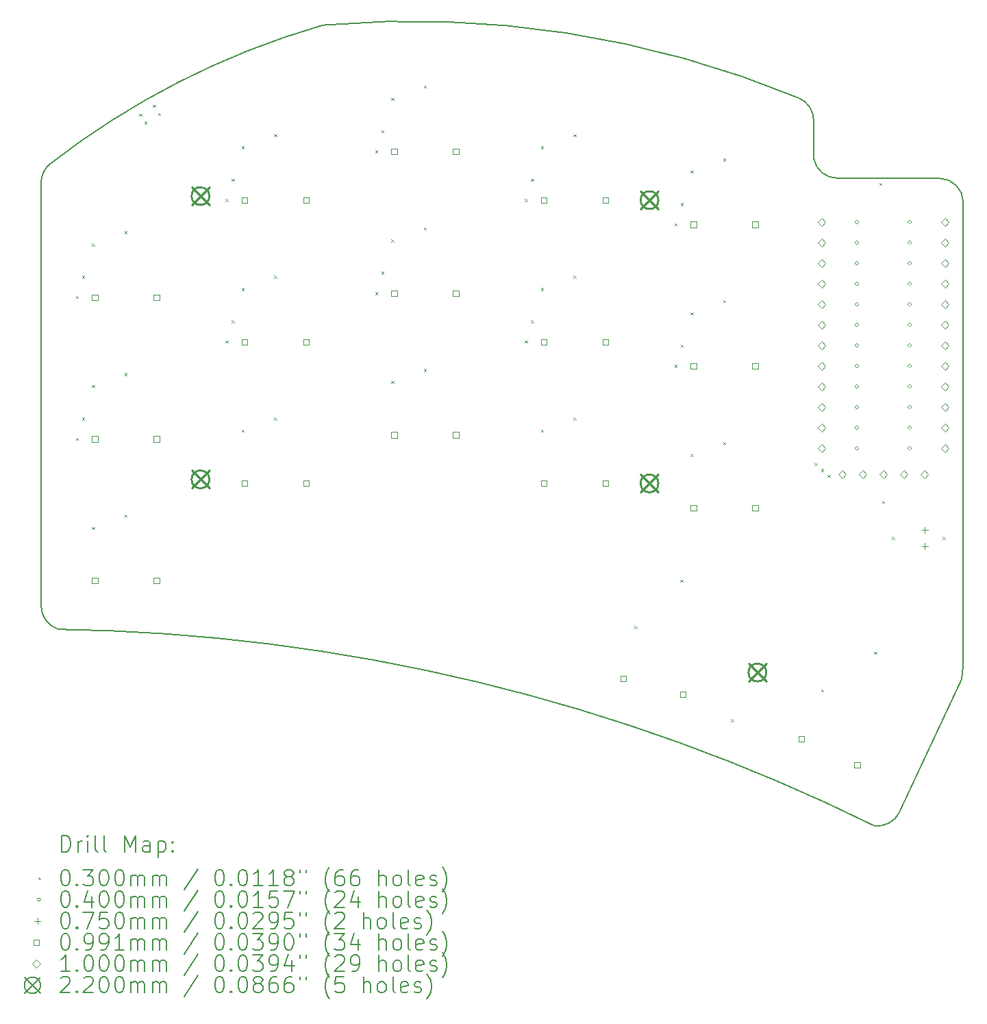
<source format=gbr>
%TF.GenerationSoftware,KiCad,Pcbnew,7.0.10*%
%TF.CreationDate,2024-01-15T23:59:05+02:00*%
%TF.ProjectId,snak_final,736e616b-5f66-4696-9e61-6c2e6b696361,0.1*%
%TF.SameCoordinates,Original*%
%TF.FileFunction,Drillmap*%
%TF.FilePolarity,Positive*%
%FSLAX45Y45*%
G04 Gerber Fmt 4.5, Leading zero omitted, Abs format (unit mm)*
G04 Created by KiCad (PCBNEW 7.0.10) date 2024-01-15 23:59:05*
%MOMM*%
%LPD*%
G01*
G04 APERTURE LIST*
%ADD10C,0.150000*%
%ADD11C,0.200000*%
%ADD12C,0.100000*%
%ADD13C,0.220000*%
G04 APERTURE END LIST*
D10*
X8955000Y-10813657D02*
X8955000Y-5585343D01*
X18800000Y-5530000D02*
X20055000Y-5530000D01*
X20355000Y-5830000D02*
X20355000Y-11555000D01*
X20355000Y-11555000D02*
X20332926Y-11714821D01*
X20332926Y-11714821D02*
X19566834Y-13357710D01*
X8955000Y-10813657D02*
G75*
G03*
X9172953Y-11102219I300000J0D01*
G01*
X18505000Y-5284544D02*
G75*
G03*
X18800000Y-5530000I295000J54544D01*
G01*
X20355000Y-5830000D02*
G75*
G03*
X20055000Y-5530000I-300000J0D01*
G01*
X19252830Y-13527954D02*
G75*
G03*
X19566834Y-13357710I42111J297030D01*
G01*
X18505000Y-5284544D02*
X18505000Y-4815509D01*
X12409448Y-3647250D02*
G75*
G03*
X9071134Y-5348291I2790552J-9602750D01*
G01*
X18319617Y-4538267D02*
G75*
G03*
X12467326Y-3636447I-4775717J-11551733D01*
G01*
X19252830Y-13527954D02*
G75*
G03*
X9172953Y-11102219I-10402830J-21072046D01*
G01*
X9071134Y-5348291D02*
G75*
G03*
X8955000Y-5585343I183866J-237051D01*
G01*
X12467326Y-3636447D02*
G75*
G03*
X12409448Y-3647250I25838J-298885D01*
G01*
X18505000Y-4815509D02*
G75*
G03*
X18319617Y-4538267I-300000J0D01*
G01*
D11*
D12*
X9385000Y-6985000D02*
X9415000Y-7015000D01*
X9415000Y-6985000D02*
X9385000Y-7015000D01*
X9385000Y-8735000D02*
X9415000Y-8765000D01*
X9415000Y-8735000D02*
X9385000Y-8765000D01*
X9460000Y-6735000D02*
X9490000Y-6765000D01*
X9490000Y-6735000D02*
X9460000Y-6765000D01*
X9460000Y-8485000D02*
X9490000Y-8515000D01*
X9490000Y-8485000D02*
X9460000Y-8515000D01*
X9585000Y-6335000D02*
X9615000Y-6365000D01*
X9615000Y-6335000D02*
X9585000Y-6365000D01*
X9585000Y-8085000D02*
X9615000Y-8115000D01*
X9615000Y-8085000D02*
X9585000Y-8115000D01*
X9585000Y-9835000D02*
X9615000Y-9865000D01*
X9615000Y-9835000D02*
X9585000Y-9865000D01*
X9985000Y-6185000D02*
X10015000Y-6215000D01*
X10015000Y-6185000D02*
X9985000Y-6215000D01*
X9985000Y-7935000D02*
X10015000Y-7965000D01*
X10015000Y-7935000D02*
X9985000Y-7965000D01*
X9985000Y-9685000D02*
X10015000Y-9715000D01*
X10015000Y-9685000D02*
X9985000Y-9715000D01*
X10167095Y-4730860D02*
X10197095Y-4760860D01*
X10197095Y-4730860D02*
X10167095Y-4760860D01*
X10231908Y-4830661D02*
X10261908Y-4860661D01*
X10261908Y-4830661D02*
X10231908Y-4860661D01*
X10334830Y-4621932D02*
X10364830Y-4651932D01*
X10364830Y-4621932D02*
X10334830Y-4651932D01*
X10399642Y-4721734D02*
X10429642Y-4751734D01*
X10429642Y-4721734D02*
X10399642Y-4751734D01*
X11235000Y-5785000D02*
X11265000Y-5815000D01*
X11265000Y-5785000D02*
X11235000Y-5815000D01*
X11235000Y-7535000D02*
X11265000Y-7565000D01*
X11265000Y-7535000D02*
X11235000Y-7565000D01*
X11310000Y-5535000D02*
X11340000Y-5565000D01*
X11340000Y-5535000D02*
X11310000Y-5565000D01*
X11310000Y-7285000D02*
X11340000Y-7315000D01*
X11340000Y-7285000D02*
X11310000Y-7315000D01*
X11435000Y-5135000D02*
X11465000Y-5165000D01*
X11465000Y-5135000D02*
X11435000Y-5165000D01*
X11435000Y-6885000D02*
X11465000Y-6915000D01*
X11465000Y-6885000D02*
X11435000Y-6915000D01*
X11435000Y-8635000D02*
X11465000Y-8665000D01*
X11465000Y-8635000D02*
X11435000Y-8665000D01*
X11835000Y-4985000D02*
X11865000Y-5015000D01*
X11865000Y-4985000D02*
X11835000Y-5015000D01*
X11835000Y-6735000D02*
X11865000Y-6765000D01*
X11865000Y-6735000D02*
X11835000Y-6765000D01*
X11835000Y-8485000D02*
X11865000Y-8515000D01*
X11865000Y-8485000D02*
X11835000Y-8515000D01*
X13085000Y-5185000D02*
X13115000Y-5215000D01*
X13115000Y-5185000D02*
X13085000Y-5215000D01*
X13085000Y-6935000D02*
X13115000Y-6965000D01*
X13115000Y-6935000D02*
X13085000Y-6965000D01*
X13160000Y-4935000D02*
X13190000Y-4965000D01*
X13190000Y-4935000D02*
X13160000Y-4965000D01*
X13160000Y-6685000D02*
X13190000Y-6715000D01*
X13190000Y-6685000D02*
X13160000Y-6715000D01*
X13285000Y-4535000D02*
X13315000Y-4565000D01*
X13315000Y-4535000D02*
X13285000Y-4565000D01*
X13285000Y-6285000D02*
X13315000Y-6315000D01*
X13315000Y-6285000D02*
X13285000Y-6315000D01*
X13285000Y-8035000D02*
X13315000Y-8065000D01*
X13315000Y-8035000D02*
X13285000Y-8065000D01*
X13685000Y-4385000D02*
X13715000Y-4415000D01*
X13715000Y-4385000D02*
X13685000Y-4415000D01*
X13685000Y-6135000D02*
X13715000Y-6165000D01*
X13715000Y-6135000D02*
X13685000Y-6165000D01*
X13685000Y-7885000D02*
X13715000Y-7915000D01*
X13715000Y-7885000D02*
X13685000Y-7915000D01*
X14935000Y-5785000D02*
X14965000Y-5815000D01*
X14965000Y-5785000D02*
X14935000Y-5815000D01*
X14935000Y-7535000D02*
X14965000Y-7565000D01*
X14965000Y-7535000D02*
X14935000Y-7565000D01*
X15010000Y-5535000D02*
X15040000Y-5565000D01*
X15040000Y-5535000D02*
X15010000Y-5565000D01*
X15010000Y-7285000D02*
X15040000Y-7315000D01*
X15040000Y-7285000D02*
X15010000Y-7315000D01*
X15135000Y-5135000D02*
X15165000Y-5165000D01*
X15165000Y-5135000D02*
X15135000Y-5165000D01*
X15135000Y-6885000D02*
X15165000Y-6915000D01*
X15165000Y-6885000D02*
X15135000Y-6915000D01*
X15135000Y-8635000D02*
X15165000Y-8665000D01*
X15165000Y-8635000D02*
X15135000Y-8665000D01*
X15535000Y-4985000D02*
X15565000Y-5015000D01*
X15565000Y-4985000D02*
X15535000Y-5015000D01*
X15535000Y-6735000D02*
X15565000Y-6765000D01*
X15565000Y-6735000D02*
X15535000Y-6765000D01*
X15535000Y-8485000D02*
X15565000Y-8515000D01*
X15565000Y-8485000D02*
X15535000Y-8515000D01*
X16287452Y-11061584D02*
X16317452Y-11091584D01*
X16317452Y-11061584D02*
X16287452Y-11091584D01*
X16785000Y-6085000D02*
X16815000Y-6115000D01*
X16815000Y-6085000D02*
X16785000Y-6115000D01*
X16785000Y-7835000D02*
X16815000Y-7865000D01*
X16815000Y-7835000D02*
X16785000Y-7865000D01*
X16854996Y-10488963D02*
X16884996Y-10518963D01*
X16884996Y-10488963D02*
X16854996Y-10518963D01*
X16860000Y-5835000D02*
X16890000Y-5865000D01*
X16890000Y-5835000D02*
X16860000Y-5865000D01*
X16860000Y-7585000D02*
X16890000Y-7615000D01*
X16890000Y-7585000D02*
X16860000Y-7615000D01*
X16985000Y-5435000D02*
X17015000Y-5465000D01*
X17015000Y-5435000D02*
X16985000Y-5465000D01*
X16985000Y-7185000D02*
X17015000Y-7215000D01*
X17015000Y-7185000D02*
X16985000Y-7215000D01*
X16985000Y-8935000D02*
X17015000Y-8965000D01*
X17015000Y-8935000D02*
X16985000Y-8965000D01*
X17385000Y-5285000D02*
X17415000Y-5315000D01*
X17415000Y-5285000D02*
X17385000Y-5315000D01*
X17385000Y-7035000D02*
X17415000Y-7065000D01*
X17415000Y-7035000D02*
X17385000Y-7065000D01*
X17385000Y-8785000D02*
X17415000Y-8815000D01*
X17415000Y-8785000D02*
X17385000Y-8815000D01*
X17480990Y-12209612D02*
X17510990Y-12239612D01*
X17510990Y-12209612D02*
X17480990Y-12239612D01*
X18515000Y-9045000D02*
X18545000Y-9075000D01*
X18545000Y-9045000D02*
X18515000Y-9075000D01*
X18595000Y-9120000D02*
X18625000Y-9150000D01*
X18625000Y-9120000D02*
X18595000Y-9150000D01*
X18595857Y-11843506D02*
X18625857Y-11873506D01*
X18625857Y-11843506D02*
X18595857Y-11873506D01*
X18675000Y-9195000D02*
X18705000Y-9225000D01*
X18705000Y-9195000D02*
X18675000Y-9225000D01*
X19254213Y-11378137D02*
X19284213Y-11408137D01*
X19284213Y-11378137D02*
X19254213Y-11408137D01*
X19315000Y-5586250D02*
X19345000Y-5616250D01*
X19345000Y-5586250D02*
X19315000Y-5616250D01*
X19350000Y-9515000D02*
X19380000Y-9545000D01*
X19380000Y-9515000D02*
X19350000Y-9545000D01*
X19472500Y-9960000D02*
X19502500Y-9990000D01*
X19502500Y-9960000D02*
X19472500Y-9990000D01*
X20100000Y-9960000D02*
X20130000Y-9990000D01*
X20130000Y-9960000D02*
X20100000Y-9990000D01*
X19058800Y-6070000D02*
G75*
G03*
X19018800Y-6070000I-20000J0D01*
G01*
X19018800Y-6070000D02*
G75*
G03*
X19058800Y-6070000I20000J0D01*
G01*
X19058800Y-6324000D02*
G75*
G03*
X19018800Y-6324000I-20000J0D01*
G01*
X19018800Y-6324000D02*
G75*
G03*
X19058800Y-6324000I20000J0D01*
G01*
X19058800Y-6578000D02*
G75*
G03*
X19018800Y-6578000I-20000J0D01*
G01*
X19018800Y-6578000D02*
G75*
G03*
X19058800Y-6578000I20000J0D01*
G01*
X19058800Y-6832000D02*
G75*
G03*
X19018800Y-6832000I-20000J0D01*
G01*
X19018800Y-6832000D02*
G75*
G03*
X19058800Y-6832000I20000J0D01*
G01*
X19058800Y-7086000D02*
G75*
G03*
X19018800Y-7086000I-20000J0D01*
G01*
X19018800Y-7086000D02*
G75*
G03*
X19058800Y-7086000I20000J0D01*
G01*
X19058800Y-7340000D02*
G75*
G03*
X19018800Y-7340000I-20000J0D01*
G01*
X19018800Y-7340000D02*
G75*
G03*
X19058800Y-7340000I20000J0D01*
G01*
X19058800Y-7594000D02*
G75*
G03*
X19018800Y-7594000I-20000J0D01*
G01*
X19018800Y-7594000D02*
G75*
G03*
X19058800Y-7594000I20000J0D01*
G01*
X19058800Y-7848000D02*
G75*
G03*
X19018800Y-7848000I-20000J0D01*
G01*
X19018800Y-7848000D02*
G75*
G03*
X19058800Y-7848000I20000J0D01*
G01*
X19058800Y-8102000D02*
G75*
G03*
X19018800Y-8102000I-20000J0D01*
G01*
X19018800Y-8102000D02*
G75*
G03*
X19058800Y-8102000I20000J0D01*
G01*
X19058800Y-8356000D02*
G75*
G03*
X19018800Y-8356000I-20000J0D01*
G01*
X19018800Y-8356000D02*
G75*
G03*
X19058800Y-8356000I20000J0D01*
G01*
X19058800Y-8610000D02*
G75*
G03*
X19018800Y-8610000I-20000J0D01*
G01*
X19018800Y-8610000D02*
G75*
G03*
X19058800Y-8610000I20000J0D01*
G01*
X19058800Y-8864000D02*
G75*
G03*
X19018800Y-8864000I-20000J0D01*
G01*
X19018800Y-8864000D02*
G75*
G03*
X19058800Y-8864000I20000J0D01*
G01*
X19711200Y-6070000D02*
G75*
G03*
X19671200Y-6070000I-20000J0D01*
G01*
X19671200Y-6070000D02*
G75*
G03*
X19711200Y-6070000I20000J0D01*
G01*
X19711200Y-6324000D02*
G75*
G03*
X19671200Y-6324000I-20000J0D01*
G01*
X19671200Y-6324000D02*
G75*
G03*
X19711200Y-6324000I20000J0D01*
G01*
X19711200Y-6578000D02*
G75*
G03*
X19671200Y-6578000I-20000J0D01*
G01*
X19671200Y-6578000D02*
G75*
G03*
X19711200Y-6578000I20000J0D01*
G01*
X19711200Y-6832000D02*
G75*
G03*
X19671200Y-6832000I-20000J0D01*
G01*
X19671200Y-6832000D02*
G75*
G03*
X19711200Y-6832000I20000J0D01*
G01*
X19711200Y-7086000D02*
G75*
G03*
X19671200Y-7086000I-20000J0D01*
G01*
X19671200Y-7086000D02*
G75*
G03*
X19711200Y-7086000I20000J0D01*
G01*
X19711200Y-7340000D02*
G75*
G03*
X19671200Y-7340000I-20000J0D01*
G01*
X19671200Y-7340000D02*
G75*
G03*
X19711200Y-7340000I20000J0D01*
G01*
X19711200Y-7594000D02*
G75*
G03*
X19671200Y-7594000I-20000J0D01*
G01*
X19671200Y-7594000D02*
G75*
G03*
X19711200Y-7594000I20000J0D01*
G01*
X19711200Y-7848000D02*
G75*
G03*
X19671200Y-7848000I-20000J0D01*
G01*
X19671200Y-7848000D02*
G75*
G03*
X19711200Y-7848000I20000J0D01*
G01*
X19711200Y-8102000D02*
G75*
G03*
X19671200Y-8102000I-20000J0D01*
G01*
X19671200Y-8102000D02*
G75*
G03*
X19711200Y-8102000I20000J0D01*
G01*
X19711200Y-8356000D02*
G75*
G03*
X19671200Y-8356000I-20000J0D01*
G01*
X19671200Y-8356000D02*
G75*
G03*
X19711200Y-8356000I20000J0D01*
G01*
X19711200Y-8610000D02*
G75*
G03*
X19671200Y-8610000I-20000J0D01*
G01*
X19671200Y-8610000D02*
G75*
G03*
X19711200Y-8610000I20000J0D01*
G01*
X19711200Y-8864000D02*
G75*
G03*
X19671200Y-8864000I-20000J0D01*
G01*
X19671200Y-8864000D02*
G75*
G03*
X19711200Y-8864000I20000J0D01*
G01*
X19880000Y-9837500D02*
X19880000Y-9912500D01*
X19842500Y-9875000D02*
X19917500Y-9875000D01*
X19880000Y-10037500D02*
X19880000Y-10112500D01*
X19842500Y-10075000D02*
X19917500Y-10075000D01*
X9654023Y-7035023D02*
X9654023Y-6964977D01*
X9583977Y-6964977D01*
X9583977Y-7035023D01*
X9654023Y-7035023D01*
X9654023Y-8785023D02*
X9654023Y-8714977D01*
X9583977Y-8714977D01*
X9583977Y-8785023D01*
X9654023Y-8785023D01*
X9654023Y-10535023D02*
X9654023Y-10464977D01*
X9583977Y-10464977D01*
X9583977Y-10535023D01*
X9654023Y-10535023D01*
X10416023Y-7035023D02*
X10416023Y-6964977D01*
X10345977Y-6964977D01*
X10345977Y-7035023D01*
X10416023Y-7035023D01*
X10416023Y-8785023D02*
X10416023Y-8714977D01*
X10345977Y-8714977D01*
X10345977Y-8785023D01*
X10416023Y-8785023D01*
X10416023Y-10535023D02*
X10416023Y-10464977D01*
X10345977Y-10464977D01*
X10345977Y-10535023D01*
X10416023Y-10535023D01*
X11504023Y-5835023D02*
X11504023Y-5764977D01*
X11433977Y-5764977D01*
X11433977Y-5835023D01*
X11504023Y-5835023D01*
X11504023Y-7585023D02*
X11504023Y-7514977D01*
X11433977Y-7514977D01*
X11433977Y-7585023D01*
X11504023Y-7585023D01*
X11504023Y-9335023D02*
X11504023Y-9264977D01*
X11433977Y-9264977D01*
X11433977Y-9335023D01*
X11504023Y-9335023D01*
X12266023Y-5835023D02*
X12266023Y-5764977D01*
X12195977Y-5764977D01*
X12195977Y-5835023D01*
X12266023Y-5835023D01*
X12266023Y-7585023D02*
X12266023Y-7514977D01*
X12195977Y-7514977D01*
X12195977Y-7585023D01*
X12266023Y-7585023D01*
X12266023Y-9335023D02*
X12266023Y-9264977D01*
X12195977Y-9264977D01*
X12195977Y-9335023D01*
X12266023Y-9335023D01*
X13354023Y-5235023D02*
X13354023Y-5164977D01*
X13283977Y-5164977D01*
X13283977Y-5235023D01*
X13354023Y-5235023D01*
X13354023Y-6985023D02*
X13354023Y-6914977D01*
X13283977Y-6914977D01*
X13283977Y-6985023D01*
X13354023Y-6985023D01*
X13354023Y-8735023D02*
X13354023Y-8664977D01*
X13283977Y-8664977D01*
X13283977Y-8735023D01*
X13354023Y-8735023D01*
X14116023Y-5235023D02*
X14116023Y-5164977D01*
X14045977Y-5164977D01*
X14045977Y-5235023D01*
X14116023Y-5235023D01*
X14116023Y-6985023D02*
X14116023Y-6914977D01*
X14045977Y-6914977D01*
X14045977Y-6985023D01*
X14116023Y-6985023D01*
X14116023Y-8735023D02*
X14116023Y-8664977D01*
X14045977Y-8664977D01*
X14045977Y-8735023D01*
X14116023Y-8735023D01*
X15204023Y-5835023D02*
X15204023Y-5764977D01*
X15133977Y-5764977D01*
X15133977Y-5835023D01*
X15204023Y-5835023D01*
X15204023Y-7585023D02*
X15204023Y-7514977D01*
X15133977Y-7514977D01*
X15133977Y-7585023D01*
X15204023Y-7585023D01*
X15204023Y-9335023D02*
X15204023Y-9264977D01*
X15133977Y-9264977D01*
X15133977Y-9335023D01*
X15204023Y-9335023D01*
X15966023Y-5835023D02*
X15966023Y-5764977D01*
X15895977Y-5764977D01*
X15895977Y-5835023D01*
X15966023Y-5835023D01*
X15966023Y-7585023D02*
X15966023Y-7514977D01*
X15895977Y-7514977D01*
X15895977Y-7585023D01*
X15966023Y-7585023D01*
X15966023Y-9335023D02*
X15966023Y-9264977D01*
X15895977Y-9264977D01*
X15895977Y-9335023D01*
X15966023Y-9335023D01*
X16187596Y-11744376D02*
X16187596Y-11674329D01*
X16117549Y-11674329D01*
X16117549Y-11744376D01*
X16187596Y-11744376D01*
X16923632Y-11941596D02*
X16923632Y-11871550D01*
X16853585Y-11871550D01*
X16853585Y-11941596D01*
X16923632Y-11941596D01*
X17054023Y-6135023D02*
X17054023Y-6064977D01*
X16983977Y-6064977D01*
X16983977Y-6135023D01*
X17054023Y-6135023D01*
X17054023Y-7885023D02*
X17054023Y-7814977D01*
X16983977Y-7814977D01*
X16983977Y-7885023D01*
X17054023Y-7885023D01*
X17054023Y-9635023D02*
X17054023Y-9564977D01*
X16983977Y-9564977D01*
X16983977Y-9635023D01*
X17054023Y-9635023D01*
X17816023Y-6135023D02*
X17816023Y-6064977D01*
X17745977Y-6064977D01*
X17745977Y-6135023D01*
X17816023Y-6135023D01*
X17816023Y-7885023D02*
X17816023Y-7814977D01*
X17745977Y-7814977D01*
X17745977Y-7885023D01*
X17816023Y-7885023D01*
X17816023Y-9635023D02*
X17816023Y-9564977D01*
X17745977Y-9564977D01*
X17745977Y-9635023D01*
X17816023Y-9635023D01*
X18388399Y-12490659D02*
X18388399Y-12420612D01*
X18318352Y-12420612D01*
X18318352Y-12490659D01*
X18388399Y-12490659D01*
X19079005Y-12812694D02*
X19079005Y-12742647D01*
X19008959Y-12742647D01*
X19008959Y-12812694D01*
X19079005Y-12812694D01*
X18603000Y-6120000D02*
X18653000Y-6070000D01*
X18603000Y-6020000D01*
X18553000Y-6070000D01*
X18603000Y-6120000D01*
X18603000Y-6374000D02*
X18653000Y-6324000D01*
X18603000Y-6274000D01*
X18553000Y-6324000D01*
X18603000Y-6374000D01*
X18603000Y-6628000D02*
X18653000Y-6578000D01*
X18603000Y-6528000D01*
X18553000Y-6578000D01*
X18603000Y-6628000D01*
X18603000Y-6882000D02*
X18653000Y-6832000D01*
X18603000Y-6782000D01*
X18553000Y-6832000D01*
X18603000Y-6882000D01*
X18603000Y-7136000D02*
X18653000Y-7086000D01*
X18603000Y-7036000D01*
X18553000Y-7086000D01*
X18603000Y-7136000D01*
X18603000Y-7390000D02*
X18653000Y-7340000D01*
X18603000Y-7290000D01*
X18553000Y-7340000D01*
X18603000Y-7390000D01*
X18603000Y-7644000D02*
X18653000Y-7594000D01*
X18603000Y-7544000D01*
X18553000Y-7594000D01*
X18603000Y-7644000D01*
X18603000Y-7898000D02*
X18653000Y-7848000D01*
X18603000Y-7798000D01*
X18553000Y-7848000D01*
X18603000Y-7898000D01*
X18603000Y-8152000D02*
X18653000Y-8102000D01*
X18603000Y-8052000D01*
X18553000Y-8102000D01*
X18603000Y-8152000D01*
X18603000Y-8406000D02*
X18653000Y-8356000D01*
X18603000Y-8306000D01*
X18553000Y-8356000D01*
X18603000Y-8406000D01*
X18603000Y-8660000D02*
X18653000Y-8610000D01*
X18603000Y-8560000D01*
X18553000Y-8610000D01*
X18603000Y-8660000D01*
X18603000Y-8914000D02*
X18653000Y-8864000D01*
X18603000Y-8814000D01*
X18553000Y-8864000D01*
X18603000Y-8914000D01*
X18857000Y-9240000D02*
X18907000Y-9190000D01*
X18857000Y-9140000D01*
X18807000Y-9190000D01*
X18857000Y-9240000D01*
X19111000Y-9240000D02*
X19161000Y-9190000D01*
X19111000Y-9140000D01*
X19061000Y-9190000D01*
X19111000Y-9240000D01*
X19365000Y-9240000D02*
X19415000Y-9190000D01*
X19365000Y-9140000D01*
X19315000Y-9190000D01*
X19365000Y-9240000D01*
X19619000Y-9240000D02*
X19669000Y-9190000D01*
X19619000Y-9140000D01*
X19569000Y-9190000D01*
X19619000Y-9240000D01*
X19873000Y-9240000D02*
X19923000Y-9190000D01*
X19873000Y-9140000D01*
X19823000Y-9190000D01*
X19873000Y-9240000D01*
X20127000Y-6120000D02*
X20177000Y-6070000D01*
X20127000Y-6020000D01*
X20077000Y-6070000D01*
X20127000Y-6120000D01*
X20127000Y-6374000D02*
X20177000Y-6324000D01*
X20127000Y-6274000D01*
X20077000Y-6324000D01*
X20127000Y-6374000D01*
X20127000Y-6628000D02*
X20177000Y-6578000D01*
X20127000Y-6528000D01*
X20077000Y-6578000D01*
X20127000Y-6628000D01*
X20127000Y-6882000D02*
X20177000Y-6832000D01*
X20127000Y-6782000D01*
X20077000Y-6832000D01*
X20127000Y-6882000D01*
X20127000Y-7136000D02*
X20177000Y-7086000D01*
X20127000Y-7036000D01*
X20077000Y-7086000D01*
X20127000Y-7136000D01*
X20127000Y-7390000D02*
X20177000Y-7340000D01*
X20127000Y-7290000D01*
X20077000Y-7340000D01*
X20127000Y-7390000D01*
X20127000Y-7644000D02*
X20177000Y-7594000D01*
X20127000Y-7544000D01*
X20077000Y-7594000D01*
X20127000Y-7644000D01*
X20127000Y-7898000D02*
X20177000Y-7848000D01*
X20127000Y-7798000D01*
X20077000Y-7848000D01*
X20127000Y-7898000D01*
X20127000Y-8152000D02*
X20177000Y-8102000D01*
X20127000Y-8052000D01*
X20077000Y-8102000D01*
X20127000Y-8152000D01*
X20127000Y-8406000D02*
X20177000Y-8356000D01*
X20127000Y-8306000D01*
X20077000Y-8356000D01*
X20127000Y-8406000D01*
X20127000Y-8660000D02*
X20177000Y-8610000D01*
X20127000Y-8560000D01*
X20077000Y-8610000D01*
X20127000Y-8660000D01*
X20127000Y-8914000D02*
X20177000Y-8864000D01*
X20127000Y-8814000D01*
X20077000Y-8864000D01*
X20127000Y-8914000D01*
D13*
X10815000Y-5640000D02*
X11035000Y-5860000D01*
X11035000Y-5640000D02*
X10815000Y-5860000D01*
X11035000Y-5750000D02*
G75*
G03*
X10815000Y-5750000I-110000J0D01*
G01*
X10815000Y-5750000D02*
G75*
G03*
X11035000Y-5750000I110000J0D01*
G01*
X10815000Y-9140000D02*
X11035000Y-9360000D01*
X11035000Y-9140000D02*
X10815000Y-9360000D01*
X11035000Y-9250000D02*
G75*
G03*
X10815000Y-9250000I-110000J0D01*
G01*
X10815000Y-9250000D02*
G75*
G03*
X11035000Y-9250000I110000J0D01*
G01*
X16365000Y-5690000D02*
X16585000Y-5910000D01*
X16585000Y-5690000D02*
X16365000Y-5910000D01*
X16585000Y-5800000D02*
G75*
G03*
X16365000Y-5800000I-110000J0D01*
G01*
X16365000Y-5800000D02*
G75*
G03*
X16585000Y-5800000I110000J0D01*
G01*
X16365000Y-9190000D02*
X16585000Y-9410000D01*
X16585000Y-9190000D02*
X16365000Y-9410000D01*
X16585000Y-9300000D02*
G75*
G03*
X16365000Y-9300000I-110000J0D01*
G01*
X16365000Y-9300000D02*
G75*
G03*
X16585000Y-9300000I110000J0D01*
G01*
X17699111Y-11525583D02*
X17919111Y-11745583D01*
X17919111Y-11525583D02*
X17699111Y-11745583D01*
X17919111Y-11635583D02*
G75*
G03*
X17699111Y-11635583I-110000J0D01*
G01*
X17699111Y-11635583D02*
G75*
G03*
X17919111Y-11635583I110000J0D01*
G01*
D11*
X9208277Y-13849908D02*
X9208277Y-13649908D01*
X9208277Y-13649908D02*
X9255896Y-13649908D01*
X9255896Y-13649908D02*
X9284467Y-13659432D01*
X9284467Y-13659432D02*
X9303515Y-13678479D01*
X9303515Y-13678479D02*
X9313039Y-13697527D01*
X9313039Y-13697527D02*
X9322563Y-13735622D01*
X9322563Y-13735622D02*
X9322563Y-13764194D01*
X9322563Y-13764194D02*
X9313039Y-13802289D01*
X9313039Y-13802289D02*
X9303515Y-13821336D01*
X9303515Y-13821336D02*
X9284467Y-13840384D01*
X9284467Y-13840384D02*
X9255896Y-13849908D01*
X9255896Y-13849908D02*
X9208277Y-13849908D01*
X9408277Y-13849908D02*
X9408277Y-13716575D01*
X9408277Y-13754670D02*
X9417801Y-13735622D01*
X9417801Y-13735622D02*
X9427324Y-13726098D01*
X9427324Y-13726098D02*
X9446372Y-13716575D01*
X9446372Y-13716575D02*
X9465420Y-13716575D01*
X9532086Y-13849908D02*
X9532086Y-13716575D01*
X9532086Y-13649908D02*
X9522563Y-13659432D01*
X9522563Y-13659432D02*
X9532086Y-13668956D01*
X9532086Y-13668956D02*
X9541610Y-13659432D01*
X9541610Y-13659432D02*
X9532086Y-13649908D01*
X9532086Y-13649908D02*
X9532086Y-13668956D01*
X9655896Y-13849908D02*
X9636848Y-13840384D01*
X9636848Y-13840384D02*
X9627324Y-13821336D01*
X9627324Y-13821336D02*
X9627324Y-13649908D01*
X9760658Y-13849908D02*
X9741610Y-13840384D01*
X9741610Y-13840384D02*
X9732086Y-13821336D01*
X9732086Y-13821336D02*
X9732086Y-13649908D01*
X9989229Y-13849908D02*
X9989229Y-13649908D01*
X9989229Y-13649908D02*
X10055896Y-13792765D01*
X10055896Y-13792765D02*
X10122563Y-13649908D01*
X10122563Y-13649908D02*
X10122563Y-13849908D01*
X10303515Y-13849908D02*
X10303515Y-13745146D01*
X10303515Y-13745146D02*
X10293991Y-13726098D01*
X10293991Y-13726098D02*
X10274944Y-13716575D01*
X10274944Y-13716575D02*
X10236848Y-13716575D01*
X10236848Y-13716575D02*
X10217801Y-13726098D01*
X10303515Y-13840384D02*
X10284467Y-13849908D01*
X10284467Y-13849908D02*
X10236848Y-13849908D01*
X10236848Y-13849908D02*
X10217801Y-13840384D01*
X10217801Y-13840384D02*
X10208277Y-13821336D01*
X10208277Y-13821336D02*
X10208277Y-13802289D01*
X10208277Y-13802289D02*
X10217801Y-13783241D01*
X10217801Y-13783241D02*
X10236848Y-13773717D01*
X10236848Y-13773717D02*
X10284467Y-13773717D01*
X10284467Y-13773717D02*
X10303515Y-13764194D01*
X10398753Y-13716575D02*
X10398753Y-13916575D01*
X10398753Y-13726098D02*
X10417801Y-13716575D01*
X10417801Y-13716575D02*
X10455896Y-13716575D01*
X10455896Y-13716575D02*
X10474944Y-13726098D01*
X10474944Y-13726098D02*
X10484467Y-13735622D01*
X10484467Y-13735622D02*
X10493991Y-13754670D01*
X10493991Y-13754670D02*
X10493991Y-13811813D01*
X10493991Y-13811813D02*
X10484467Y-13830860D01*
X10484467Y-13830860D02*
X10474944Y-13840384D01*
X10474944Y-13840384D02*
X10455896Y-13849908D01*
X10455896Y-13849908D02*
X10417801Y-13849908D01*
X10417801Y-13849908D02*
X10398753Y-13840384D01*
X10579705Y-13830860D02*
X10589229Y-13840384D01*
X10589229Y-13840384D02*
X10579705Y-13849908D01*
X10579705Y-13849908D02*
X10570182Y-13840384D01*
X10570182Y-13840384D02*
X10579705Y-13830860D01*
X10579705Y-13830860D02*
X10579705Y-13849908D01*
X10579705Y-13726098D02*
X10589229Y-13735622D01*
X10589229Y-13735622D02*
X10579705Y-13745146D01*
X10579705Y-13745146D02*
X10570182Y-13735622D01*
X10570182Y-13735622D02*
X10579705Y-13726098D01*
X10579705Y-13726098D02*
X10579705Y-13745146D01*
D12*
X8917500Y-14163424D02*
X8947500Y-14193424D01*
X8947500Y-14163424D02*
X8917500Y-14193424D01*
D11*
X9246372Y-14069908D02*
X9265420Y-14069908D01*
X9265420Y-14069908D02*
X9284467Y-14079432D01*
X9284467Y-14079432D02*
X9293991Y-14088956D01*
X9293991Y-14088956D02*
X9303515Y-14108003D01*
X9303515Y-14108003D02*
X9313039Y-14146098D01*
X9313039Y-14146098D02*
X9313039Y-14193717D01*
X9313039Y-14193717D02*
X9303515Y-14231813D01*
X9303515Y-14231813D02*
X9293991Y-14250860D01*
X9293991Y-14250860D02*
X9284467Y-14260384D01*
X9284467Y-14260384D02*
X9265420Y-14269908D01*
X9265420Y-14269908D02*
X9246372Y-14269908D01*
X9246372Y-14269908D02*
X9227324Y-14260384D01*
X9227324Y-14260384D02*
X9217801Y-14250860D01*
X9217801Y-14250860D02*
X9208277Y-14231813D01*
X9208277Y-14231813D02*
X9198753Y-14193717D01*
X9198753Y-14193717D02*
X9198753Y-14146098D01*
X9198753Y-14146098D02*
X9208277Y-14108003D01*
X9208277Y-14108003D02*
X9217801Y-14088956D01*
X9217801Y-14088956D02*
X9227324Y-14079432D01*
X9227324Y-14079432D02*
X9246372Y-14069908D01*
X9398753Y-14250860D02*
X9408277Y-14260384D01*
X9408277Y-14260384D02*
X9398753Y-14269908D01*
X9398753Y-14269908D02*
X9389229Y-14260384D01*
X9389229Y-14260384D02*
X9398753Y-14250860D01*
X9398753Y-14250860D02*
X9398753Y-14269908D01*
X9474944Y-14069908D02*
X9598753Y-14069908D01*
X9598753Y-14069908D02*
X9532086Y-14146098D01*
X9532086Y-14146098D02*
X9560658Y-14146098D01*
X9560658Y-14146098D02*
X9579705Y-14155622D01*
X9579705Y-14155622D02*
X9589229Y-14165146D01*
X9589229Y-14165146D02*
X9598753Y-14184194D01*
X9598753Y-14184194D02*
X9598753Y-14231813D01*
X9598753Y-14231813D02*
X9589229Y-14250860D01*
X9589229Y-14250860D02*
X9579705Y-14260384D01*
X9579705Y-14260384D02*
X9560658Y-14269908D01*
X9560658Y-14269908D02*
X9503515Y-14269908D01*
X9503515Y-14269908D02*
X9484467Y-14260384D01*
X9484467Y-14260384D02*
X9474944Y-14250860D01*
X9722563Y-14069908D02*
X9741610Y-14069908D01*
X9741610Y-14069908D02*
X9760658Y-14079432D01*
X9760658Y-14079432D02*
X9770182Y-14088956D01*
X9770182Y-14088956D02*
X9779705Y-14108003D01*
X9779705Y-14108003D02*
X9789229Y-14146098D01*
X9789229Y-14146098D02*
X9789229Y-14193717D01*
X9789229Y-14193717D02*
X9779705Y-14231813D01*
X9779705Y-14231813D02*
X9770182Y-14250860D01*
X9770182Y-14250860D02*
X9760658Y-14260384D01*
X9760658Y-14260384D02*
X9741610Y-14269908D01*
X9741610Y-14269908D02*
X9722563Y-14269908D01*
X9722563Y-14269908D02*
X9703515Y-14260384D01*
X9703515Y-14260384D02*
X9693991Y-14250860D01*
X9693991Y-14250860D02*
X9684467Y-14231813D01*
X9684467Y-14231813D02*
X9674944Y-14193717D01*
X9674944Y-14193717D02*
X9674944Y-14146098D01*
X9674944Y-14146098D02*
X9684467Y-14108003D01*
X9684467Y-14108003D02*
X9693991Y-14088956D01*
X9693991Y-14088956D02*
X9703515Y-14079432D01*
X9703515Y-14079432D02*
X9722563Y-14069908D01*
X9913039Y-14069908D02*
X9932086Y-14069908D01*
X9932086Y-14069908D02*
X9951134Y-14079432D01*
X9951134Y-14079432D02*
X9960658Y-14088956D01*
X9960658Y-14088956D02*
X9970182Y-14108003D01*
X9970182Y-14108003D02*
X9979705Y-14146098D01*
X9979705Y-14146098D02*
X9979705Y-14193717D01*
X9979705Y-14193717D02*
X9970182Y-14231813D01*
X9970182Y-14231813D02*
X9960658Y-14250860D01*
X9960658Y-14250860D02*
X9951134Y-14260384D01*
X9951134Y-14260384D02*
X9932086Y-14269908D01*
X9932086Y-14269908D02*
X9913039Y-14269908D01*
X9913039Y-14269908D02*
X9893991Y-14260384D01*
X9893991Y-14260384D02*
X9884467Y-14250860D01*
X9884467Y-14250860D02*
X9874944Y-14231813D01*
X9874944Y-14231813D02*
X9865420Y-14193717D01*
X9865420Y-14193717D02*
X9865420Y-14146098D01*
X9865420Y-14146098D02*
X9874944Y-14108003D01*
X9874944Y-14108003D02*
X9884467Y-14088956D01*
X9884467Y-14088956D02*
X9893991Y-14079432D01*
X9893991Y-14079432D02*
X9913039Y-14069908D01*
X10065420Y-14269908D02*
X10065420Y-14136575D01*
X10065420Y-14155622D02*
X10074944Y-14146098D01*
X10074944Y-14146098D02*
X10093991Y-14136575D01*
X10093991Y-14136575D02*
X10122563Y-14136575D01*
X10122563Y-14136575D02*
X10141610Y-14146098D01*
X10141610Y-14146098D02*
X10151134Y-14165146D01*
X10151134Y-14165146D02*
X10151134Y-14269908D01*
X10151134Y-14165146D02*
X10160658Y-14146098D01*
X10160658Y-14146098D02*
X10179705Y-14136575D01*
X10179705Y-14136575D02*
X10208277Y-14136575D01*
X10208277Y-14136575D02*
X10227325Y-14146098D01*
X10227325Y-14146098D02*
X10236848Y-14165146D01*
X10236848Y-14165146D02*
X10236848Y-14269908D01*
X10332086Y-14269908D02*
X10332086Y-14136575D01*
X10332086Y-14155622D02*
X10341610Y-14146098D01*
X10341610Y-14146098D02*
X10360658Y-14136575D01*
X10360658Y-14136575D02*
X10389229Y-14136575D01*
X10389229Y-14136575D02*
X10408277Y-14146098D01*
X10408277Y-14146098D02*
X10417801Y-14165146D01*
X10417801Y-14165146D02*
X10417801Y-14269908D01*
X10417801Y-14165146D02*
X10427325Y-14146098D01*
X10427325Y-14146098D02*
X10446372Y-14136575D01*
X10446372Y-14136575D02*
X10474944Y-14136575D01*
X10474944Y-14136575D02*
X10493991Y-14146098D01*
X10493991Y-14146098D02*
X10503515Y-14165146D01*
X10503515Y-14165146D02*
X10503515Y-14269908D01*
X10893991Y-14060384D02*
X10722563Y-14317527D01*
X11151134Y-14069908D02*
X11170182Y-14069908D01*
X11170182Y-14069908D02*
X11189229Y-14079432D01*
X11189229Y-14079432D02*
X11198753Y-14088956D01*
X11198753Y-14088956D02*
X11208277Y-14108003D01*
X11208277Y-14108003D02*
X11217801Y-14146098D01*
X11217801Y-14146098D02*
X11217801Y-14193717D01*
X11217801Y-14193717D02*
X11208277Y-14231813D01*
X11208277Y-14231813D02*
X11198753Y-14250860D01*
X11198753Y-14250860D02*
X11189229Y-14260384D01*
X11189229Y-14260384D02*
X11170182Y-14269908D01*
X11170182Y-14269908D02*
X11151134Y-14269908D01*
X11151134Y-14269908D02*
X11132087Y-14260384D01*
X11132087Y-14260384D02*
X11122563Y-14250860D01*
X11122563Y-14250860D02*
X11113039Y-14231813D01*
X11113039Y-14231813D02*
X11103515Y-14193717D01*
X11103515Y-14193717D02*
X11103515Y-14146098D01*
X11103515Y-14146098D02*
X11113039Y-14108003D01*
X11113039Y-14108003D02*
X11122563Y-14088956D01*
X11122563Y-14088956D02*
X11132087Y-14079432D01*
X11132087Y-14079432D02*
X11151134Y-14069908D01*
X11303515Y-14250860D02*
X11313039Y-14260384D01*
X11313039Y-14260384D02*
X11303515Y-14269908D01*
X11303515Y-14269908D02*
X11293991Y-14260384D01*
X11293991Y-14260384D02*
X11303515Y-14250860D01*
X11303515Y-14250860D02*
X11303515Y-14269908D01*
X11436848Y-14069908D02*
X11455896Y-14069908D01*
X11455896Y-14069908D02*
X11474944Y-14079432D01*
X11474944Y-14079432D02*
X11484467Y-14088956D01*
X11484467Y-14088956D02*
X11493991Y-14108003D01*
X11493991Y-14108003D02*
X11503515Y-14146098D01*
X11503515Y-14146098D02*
X11503515Y-14193717D01*
X11503515Y-14193717D02*
X11493991Y-14231813D01*
X11493991Y-14231813D02*
X11484467Y-14250860D01*
X11484467Y-14250860D02*
X11474944Y-14260384D01*
X11474944Y-14260384D02*
X11455896Y-14269908D01*
X11455896Y-14269908D02*
X11436848Y-14269908D01*
X11436848Y-14269908D02*
X11417801Y-14260384D01*
X11417801Y-14260384D02*
X11408277Y-14250860D01*
X11408277Y-14250860D02*
X11398753Y-14231813D01*
X11398753Y-14231813D02*
X11389229Y-14193717D01*
X11389229Y-14193717D02*
X11389229Y-14146098D01*
X11389229Y-14146098D02*
X11398753Y-14108003D01*
X11398753Y-14108003D02*
X11408277Y-14088956D01*
X11408277Y-14088956D02*
X11417801Y-14079432D01*
X11417801Y-14079432D02*
X11436848Y-14069908D01*
X11693991Y-14269908D02*
X11579706Y-14269908D01*
X11636848Y-14269908D02*
X11636848Y-14069908D01*
X11636848Y-14069908D02*
X11617801Y-14098479D01*
X11617801Y-14098479D02*
X11598753Y-14117527D01*
X11598753Y-14117527D02*
X11579706Y-14127051D01*
X11884467Y-14269908D02*
X11770182Y-14269908D01*
X11827325Y-14269908D02*
X11827325Y-14069908D01*
X11827325Y-14069908D02*
X11808277Y-14098479D01*
X11808277Y-14098479D02*
X11789229Y-14117527D01*
X11789229Y-14117527D02*
X11770182Y-14127051D01*
X11998753Y-14155622D02*
X11979706Y-14146098D01*
X11979706Y-14146098D02*
X11970182Y-14136575D01*
X11970182Y-14136575D02*
X11960658Y-14117527D01*
X11960658Y-14117527D02*
X11960658Y-14108003D01*
X11960658Y-14108003D02*
X11970182Y-14088956D01*
X11970182Y-14088956D02*
X11979706Y-14079432D01*
X11979706Y-14079432D02*
X11998753Y-14069908D01*
X11998753Y-14069908D02*
X12036848Y-14069908D01*
X12036848Y-14069908D02*
X12055896Y-14079432D01*
X12055896Y-14079432D02*
X12065420Y-14088956D01*
X12065420Y-14088956D02*
X12074944Y-14108003D01*
X12074944Y-14108003D02*
X12074944Y-14117527D01*
X12074944Y-14117527D02*
X12065420Y-14136575D01*
X12065420Y-14136575D02*
X12055896Y-14146098D01*
X12055896Y-14146098D02*
X12036848Y-14155622D01*
X12036848Y-14155622D02*
X11998753Y-14155622D01*
X11998753Y-14155622D02*
X11979706Y-14165146D01*
X11979706Y-14165146D02*
X11970182Y-14174670D01*
X11970182Y-14174670D02*
X11960658Y-14193717D01*
X11960658Y-14193717D02*
X11960658Y-14231813D01*
X11960658Y-14231813D02*
X11970182Y-14250860D01*
X11970182Y-14250860D02*
X11979706Y-14260384D01*
X11979706Y-14260384D02*
X11998753Y-14269908D01*
X11998753Y-14269908D02*
X12036848Y-14269908D01*
X12036848Y-14269908D02*
X12055896Y-14260384D01*
X12055896Y-14260384D02*
X12065420Y-14250860D01*
X12065420Y-14250860D02*
X12074944Y-14231813D01*
X12074944Y-14231813D02*
X12074944Y-14193717D01*
X12074944Y-14193717D02*
X12065420Y-14174670D01*
X12065420Y-14174670D02*
X12055896Y-14165146D01*
X12055896Y-14165146D02*
X12036848Y-14155622D01*
X12151134Y-14069908D02*
X12151134Y-14108003D01*
X12227325Y-14069908D02*
X12227325Y-14108003D01*
X12522563Y-14346098D02*
X12513039Y-14336575D01*
X12513039Y-14336575D02*
X12493991Y-14308003D01*
X12493991Y-14308003D02*
X12484468Y-14288956D01*
X12484468Y-14288956D02*
X12474944Y-14260384D01*
X12474944Y-14260384D02*
X12465420Y-14212765D01*
X12465420Y-14212765D02*
X12465420Y-14174670D01*
X12465420Y-14174670D02*
X12474944Y-14127051D01*
X12474944Y-14127051D02*
X12484468Y-14098479D01*
X12484468Y-14098479D02*
X12493991Y-14079432D01*
X12493991Y-14079432D02*
X12513039Y-14050860D01*
X12513039Y-14050860D02*
X12522563Y-14041336D01*
X12684468Y-14069908D02*
X12646372Y-14069908D01*
X12646372Y-14069908D02*
X12627325Y-14079432D01*
X12627325Y-14079432D02*
X12617801Y-14088956D01*
X12617801Y-14088956D02*
X12598753Y-14117527D01*
X12598753Y-14117527D02*
X12589229Y-14155622D01*
X12589229Y-14155622D02*
X12589229Y-14231813D01*
X12589229Y-14231813D02*
X12598753Y-14250860D01*
X12598753Y-14250860D02*
X12608277Y-14260384D01*
X12608277Y-14260384D02*
X12627325Y-14269908D01*
X12627325Y-14269908D02*
X12665420Y-14269908D01*
X12665420Y-14269908D02*
X12684468Y-14260384D01*
X12684468Y-14260384D02*
X12693991Y-14250860D01*
X12693991Y-14250860D02*
X12703515Y-14231813D01*
X12703515Y-14231813D02*
X12703515Y-14184194D01*
X12703515Y-14184194D02*
X12693991Y-14165146D01*
X12693991Y-14165146D02*
X12684468Y-14155622D01*
X12684468Y-14155622D02*
X12665420Y-14146098D01*
X12665420Y-14146098D02*
X12627325Y-14146098D01*
X12627325Y-14146098D02*
X12608277Y-14155622D01*
X12608277Y-14155622D02*
X12598753Y-14165146D01*
X12598753Y-14165146D02*
X12589229Y-14184194D01*
X12874944Y-14069908D02*
X12836848Y-14069908D01*
X12836848Y-14069908D02*
X12817801Y-14079432D01*
X12817801Y-14079432D02*
X12808277Y-14088956D01*
X12808277Y-14088956D02*
X12789229Y-14117527D01*
X12789229Y-14117527D02*
X12779706Y-14155622D01*
X12779706Y-14155622D02*
X12779706Y-14231813D01*
X12779706Y-14231813D02*
X12789229Y-14250860D01*
X12789229Y-14250860D02*
X12798753Y-14260384D01*
X12798753Y-14260384D02*
X12817801Y-14269908D01*
X12817801Y-14269908D02*
X12855896Y-14269908D01*
X12855896Y-14269908D02*
X12874944Y-14260384D01*
X12874944Y-14260384D02*
X12884468Y-14250860D01*
X12884468Y-14250860D02*
X12893991Y-14231813D01*
X12893991Y-14231813D02*
X12893991Y-14184194D01*
X12893991Y-14184194D02*
X12884468Y-14165146D01*
X12884468Y-14165146D02*
X12874944Y-14155622D01*
X12874944Y-14155622D02*
X12855896Y-14146098D01*
X12855896Y-14146098D02*
X12817801Y-14146098D01*
X12817801Y-14146098D02*
X12798753Y-14155622D01*
X12798753Y-14155622D02*
X12789229Y-14165146D01*
X12789229Y-14165146D02*
X12779706Y-14184194D01*
X13132087Y-14269908D02*
X13132087Y-14069908D01*
X13217801Y-14269908D02*
X13217801Y-14165146D01*
X13217801Y-14165146D02*
X13208277Y-14146098D01*
X13208277Y-14146098D02*
X13189230Y-14136575D01*
X13189230Y-14136575D02*
X13160658Y-14136575D01*
X13160658Y-14136575D02*
X13141610Y-14146098D01*
X13141610Y-14146098D02*
X13132087Y-14155622D01*
X13341610Y-14269908D02*
X13322563Y-14260384D01*
X13322563Y-14260384D02*
X13313039Y-14250860D01*
X13313039Y-14250860D02*
X13303515Y-14231813D01*
X13303515Y-14231813D02*
X13303515Y-14174670D01*
X13303515Y-14174670D02*
X13313039Y-14155622D01*
X13313039Y-14155622D02*
X13322563Y-14146098D01*
X13322563Y-14146098D02*
X13341610Y-14136575D01*
X13341610Y-14136575D02*
X13370182Y-14136575D01*
X13370182Y-14136575D02*
X13389230Y-14146098D01*
X13389230Y-14146098D02*
X13398753Y-14155622D01*
X13398753Y-14155622D02*
X13408277Y-14174670D01*
X13408277Y-14174670D02*
X13408277Y-14231813D01*
X13408277Y-14231813D02*
X13398753Y-14250860D01*
X13398753Y-14250860D02*
X13389230Y-14260384D01*
X13389230Y-14260384D02*
X13370182Y-14269908D01*
X13370182Y-14269908D02*
X13341610Y-14269908D01*
X13522563Y-14269908D02*
X13503515Y-14260384D01*
X13503515Y-14260384D02*
X13493991Y-14241336D01*
X13493991Y-14241336D02*
X13493991Y-14069908D01*
X13674944Y-14260384D02*
X13655896Y-14269908D01*
X13655896Y-14269908D02*
X13617801Y-14269908D01*
X13617801Y-14269908D02*
X13598753Y-14260384D01*
X13598753Y-14260384D02*
X13589230Y-14241336D01*
X13589230Y-14241336D02*
X13589230Y-14165146D01*
X13589230Y-14165146D02*
X13598753Y-14146098D01*
X13598753Y-14146098D02*
X13617801Y-14136575D01*
X13617801Y-14136575D02*
X13655896Y-14136575D01*
X13655896Y-14136575D02*
X13674944Y-14146098D01*
X13674944Y-14146098D02*
X13684468Y-14165146D01*
X13684468Y-14165146D02*
X13684468Y-14184194D01*
X13684468Y-14184194D02*
X13589230Y-14203241D01*
X13760658Y-14260384D02*
X13779706Y-14269908D01*
X13779706Y-14269908D02*
X13817801Y-14269908D01*
X13817801Y-14269908D02*
X13836849Y-14260384D01*
X13836849Y-14260384D02*
X13846372Y-14241336D01*
X13846372Y-14241336D02*
X13846372Y-14231813D01*
X13846372Y-14231813D02*
X13836849Y-14212765D01*
X13836849Y-14212765D02*
X13817801Y-14203241D01*
X13817801Y-14203241D02*
X13789230Y-14203241D01*
X13789230Y-14203241D02*
X13770182Y-14193717D01*
X13770182Y-14193717D02*
X13760658Y-14174670D01*
X13760658Y-14174670D02*
X13760658Y-14165146D01*
X13760658Y-14165146D02*
X13770182Y-14146098D01*
X13770182Y-14146098D02*
X13789230Y-14136575D01*
X13789230Y-14136575D02*
X13817801Y-14136575D01*
X13817801Y-14136575D02*
X13836849Y-14146098D01*
X13913039Y-14346098D02*
X13922563Y-14336575D01*
X13922563Y-14336575D02*
X13941611Y-14308003D01*
X13941611Y-14308003D02*
X13951134Y-14288956D01*
X13951134Y-14288956D02*
X13960658Y-14260384D01*
X13960658Y-14260384D02*
X13970182Y-14212765D01*
X13970182Y-14212765D02*
X13970182Y-14174670D01*
X13970182Y-14174670D02*
X13960658Y-14127051D01*
X13960658Y-14127051D02*
X13951134Y-14098479D01*
X13951134Y-14098479D02*
X13941611Y-14079432D01*
X13941611Y-14079432D02*
X13922563Y-14050860D01*
X13922563Y-14050860D02*
X13913039Y-14041336D01*
D12*
X8947500Y-14442424D02*
G75*
G03*
X8907500Y-14442424I-20000J0D01*
G01*
X8907500Y-14442424D02*
G75*
G03*
X8947500Y-14442424I20000J0D01*
G01*
D11*
X9246372Y-14333908D02*
X9265420Y-14333908D01*
X9265420Y-14333908D02*
X9284467Y-14343432D01*
X9284467Y-14343432D02*
X9293991Y-14352956D01*
X9293991Y-14352956D02*
X9303515Y-14372003D01*
X9303515Y-14372003D02*
X9313039Y-14410098D01*
X9313039Y-14410098D02*
X9313039Y-14457717D01*
X9313039Y-14457717D02*
X9303515Y-14495813D01*
X9303515Y-14495813D02*
X9293991Y-14514860D01*
X9293991Y-14514860D02*
X9284467Y-14524384D01*
X9284467Y-14524384D02*
X9265420Y-14533908D01*
X9265420Y-14533908D02*
X9246372Y-14533908D01*
X9246372Y-14533908D02*
X9227324Y-14524384D01*
X9227324Y-14524384D02*
X9217801Y-14514860D01*
X9217801Y-14514860D02*
X9208277Y-14495813D01*
X9208277Y-14495813D02*
X9198753Y-14457717D01*
X9198753Y-14457717D02*
X9198753Y-14410098D01*
X9198753Y-14410098D02*
X9208277Y-14372003D01*
X9208277Y-14372003D02*
X9217801Y-14352956D01*
X9217801Y-14352956D02*
X9227324Y-14343432D01*
X9227324Y-14343432D02*
X9246372Y-14333908D01*
X9398753Y-14514860D02*
X9408277Y-14524384D01*
X9408277Y-14524384D02*
X9398753Y-14533908D01*
X9398753Y-14533908D02*
X9389229Y-14524384D01*
X9389229Y-14524384D02*
X9398753Y-14514860D01*
X9398753Y-14514860D02*
X9398753Y-14533908D01*
X9579705Y-14400575D02*
X9579705Y-14533908D01*
X9532086Y-14324384D02*
X9484467Y-14467241D01*
X9484467Y-14467241D02*
X9608277Y-14467241D01*
X9722563Y-14333908D02*
X9741610Y-14333908D01*
X9741610Y-14333908D02*
X9760658Y-14343432D01*
X9760658Y-14343432D02*
X9770182Y-14352956D01*
X9770182Y-14352956D02*
X9779705Y-14372003D01*
X9779705Y-14372003D02*
X9789229Y-14410098D01*
X9789229Y-14410098D02*
X9789229Y-14457717D01*
X9789229Y-14457717D02*
X9779705Y-14495813D01*
X9779705Y-14495813D02*
X9770182Y-14514860D01*
X9770182Y-14514860D02*
X9760658Y-14524384D01*
X9760658Y-14524384D02*
X9741610Y-14533908D01*
X9741610Y-14533908D02*
X9722563Y-14533908D01*
X9722563Y-14533908D02*
X9703515Y-14524384D01*
X9703515Y-14524384D02*
X9693991Y-14514860D01*
X9693991Y-14514860D02*
X9684467Y-14495813D01*
X9684467Y-14495813D02*
X9674944Y-14457717D01*
X9674944Y-14457717D02*
X9674944Y-14410098D01*
X9674944Y-14410098D02*
X9684467Y-14372003D01*
X9684467Y-14372003D02*
X9693991Y-14352956D01*
X9693991Y-14352956D02*
X9703515Y-14343432D01*
X9703515Y-14343432D02*
X9722563Y-14333908D01*
X9913039Y-14333908D02*
X9932086Y-14333908D01*
X9932086Y-14333908D02*
X9951134Y-14343432D01*
X9951134Y-14343432D02*
X9960658Y-14352956D01*
X9960658Y-14352956D02*
X9970182Y-14372003D01*
X9970182Y-14372003D02*
X9979705Y-14410098D01*
X9979705Y-14410098D02*
X9979705Y-14457717D01*
X9979705Y-14457717D02*
X9970182Y-14495813D01*
X9970182Y-14495813D02*
X9960658Y-14514860D01*
X9960658Y-14514860D02*
X9951134Y-14524384D01*
X9951134Y-14524384D02*
X9932086Y-14533908D01*
X9932086Y-14533908D02*
X9913039Y-14533908D01*
X9913039Y-14533908D02*
X9893991Y-14524384D01*
X9893991Y-14524384D02*
X9884467Y-14514860D01*
X9884467Y-14514860D02*
X9874944Y-14495813D01*
X9874944Y-14495813D02*
X9865420Y-14457717D01*
X9865420Y-14457717D02*
X9865420Y-14410098D01*
X9865420Y-14410098D02*
X9874944Y-14372003D01*
X9874944Y-14372003D02*
X9884467Y-14352956D01*
X9884467Y-14352956D02*
X9893991Y-14343432D01*
X9893991Y-14343432D02*
X9913039Y-14333908D01*
X10065420Y-14533908D02*
X10065420Y-14400575D01*
X10065420Y-14419622D02*
X10074944Y-14410098D01*
X10074944Y-14410098D02*
X10093991Y-14400575D01*
X10093991Y-14400575D02*
X10122563Y-14400575D01*
X10122563Y-14400575D02*
X10141610Y-14410098D01*
X10141610Y-14410098D02*
X10151134Y-14429146D01*
X10151134Y-14429146D02*
X10151134Y-14533908D01*
X10151134Y-14429146D02*
X10160658Y-14410098D01*
X10160658Y-14410098D02*
X10179705Y-14400575D01*
X10179705Y-14400575D02*
X10208277Y-14400575D01*
X10208277Y-14400575D02*
X10227325Y-14410098D01*
X10227325Y-14410098D02*
X10236848Y-14429146D01*
X10236848Y-14429146D02*
X10236848Y-14533908D01*
X10332086Y-14533908D02*
X10332086Y-14400575D01*
X10332086Y-14419622D02*
X10341610Y-14410098D01*
X10341610Y-14410098D02*
X10360658Y-14400575D01*
X10360658Y-14400575D02*
X10389229Y-14400575D01*
X10389229Y-14400575D02*
X10408277Y-14410098D01*
X10408277Y-14410098D02*
X10417801Y-14429146D01*
X10417801Y-14429146D02*
X10417801Y-14533908D01*
X10417801Y-14429146D02*
X10427325Y-14410098D01*
X10427325Y-14410098D02*
X10446372Y-14400575D01*
X10446372Y-14400575D02*
X10474944Y-14400575D01*
X10474944Y-14400575D02*
X10493991Y-14410098D01*
X10493991Y-14410098D02*
X10503515Y-14429146D01*
X10503515Y-14429146D02*
X10503515Y-14533908D01*
X10893991Y-14324384D02*
X10722563Y-14581527D01*
X11151134Y-14333908D02*
X11170182Y-14333908D01*
X11170182Y-14333908D02*
X11189229Y-14343432D01*
X11189229Y-14343432D02*
X11198753Y-14352956D01*
X11198753Y-14352956D02*
X11208277Y-14372003D01*
X11208277Y-14372003D02*
X11217801Y-14410098D01*
X11217801Y-14410098D02*
X11217801Y-14457717D01*
X11217801Y-14457717D02*
X11208277Y-14495813D01*
X11208277Y-14495813D02*
X11198753Y-14514860D01*
X11198753Y-14514860D02*
X11189229Y-14524384D01*
X11189229Y-14524384D02*
X11170182Y-14533908D01*
X11170182Y-14533908D02*
X11151134Y-14533908D01*
X11151134Y-14533908D02*
X11132087Y-14524384D01*
X11132087Y-14524384D02*
X11122563Y-14514860D01*
X11122563Y-14514860D02*
X11113039Y-14495813D01*
X11113039Y-14495813D02*
X11103515Y-14457717D01*
X11103515Y-14457717D02*
X11103515Y-14410098D01*
X11103515Y-14410098D02*
X11113039Y-14372003D01*
X11113039Y-14372003D02*
X11122563Y-14352956D01*
X11122563Y-14352956D02*
X11132087Y-14343432D01*
X11132087Y-14343432D02*
X11151134Y-14333908D01*
X11303515Y-14514860D02*
X11313039Y-14524384D01*
X11313039Y-14524384D02*
X11303515Y-14533908D01*
X11303515Y-14533908D02*
X11293991Y-14524384D01*
X11293991Y-14524384D02*
X11303515Y-14514860D01*
X11303515Y-14514860D02*
X11303515Y-14533908D01*
X11436848Y-14333908D02*
X11455896Y-14333908D01*
X11455896Y-14333908D02*
X11474944Y-14343432D01*
X11474944Y-14343432D02*
X11484467Y-14352956D01*
X11484467Y-14352956D02*
X11493991Y-14372003D01*
X11493991Y-14372003D02*
X11503515Y-14410098D01*
X11503515Y-14410098D02*
X11503515Y-14457717D01*
X11503515Y-14457717D02*
X11493991Y-14495813D01*
X11493991Y-14495813D02*
X11484467Y-14514860D01*
X11484467Y-14514860D02*
X11474944Y-14524384D01*
X11474944Y-14524384D02*
X11455896Y-14533908D01*
X11455896Y-14533908D02*
X11436848Y-14533908D01*
X11436848Y-14533908D02*
X11417801Y-14524384D01*
X11417801Y-14524384D02*
X11408277Y-14514860D01*
X11408277Y-14514860D02*
X11398753Y-14495813D01*
X11398753Y-14495813D02*
X11389229Y-14457717D01*
X11389229Y-14457717D02*
X11389229Y-14410098D01*
X11389229Y-14410098D02*
X11398753Y-14372003D01*
X11398753Y-14372003D02*
X11408277Y-14352956D01*
X11408277Y-14352956D02*
X11417801Y-14343432D01*
X11417801Y-14343432D02*
X11436848Y-14333908D01*
X11693991Y-14533908D02*
X11579706Y-14533908D01*
X11636848Y-14533908D02*
X11636848Y-14333908D01*
X11636848Y-14333908D02*
X11617801Y-14362479D01*
X11617801Y-14362479D02*
X11598753Y-14381527D01*
X11598753Y-14381527D02*
X11579706Y-14391051D01*
X11874944Y-14333908D02*
X11779706Y-14333908D01*
X11779706Y-14333908D02*
X11770182Y-14429146D01*
X11770182Y-14429146D02*
X11779706Y-14419622D01*
X11779706Y-14419622D02*
X11798753Y-14410098D01*
X11798753Y-14410098D02*
X11846372Y-14410098D01*
X11846372Y-14410098D02*
X11865420Y-14419622D01*
X11865420Y-14419622D02*
X11874944Y-14429146D01*
X11874944Y-14429146D02*
X11884467Y-14448194D01*
X11884467Y-14448194D02*
X11884467Y-14495813D01*
X11884467Y-14495813D02*
X11874944Y-14514860D01*
X11874944Y-14514860D02*
X11865420Y-14524384D01*
X11865420Y-14524384D02*
X11846372Y-14533908D01*
X11846372Y-14533908D02*
X11798753Y-14533908D01*
X11798753Y-14533908D02*
X11779706Y-14524384D01*
X11779706Y-14524384D02*
X11770182Y-14514860D01*
X11951134Y-14333908D02*
X12084467Y-14333908D01*
X12084467Y-14333908D02*
X11998753Y-14533908D01*
X12151134Y-14333908D02*
X12151134Y-14372003D01*
X12227325Y-14333908D02*
X12227325Y-14372003D01*
X12522563Y-14610098D02*
X12513039Y-14600575D01*
X12513039Y-14600575D02*
X12493991Y-14572003D01*
X12493991Y-14572003D02*
X12484468Y-14552956D01*
X12484468Y-14552956D02*
X12474944Y-14524384D01*
X12474944Y-14524384D02*
X12465420Y-14476765D01*
X12465420Y-14476765D02*
X12465420Y-14438670D01*
X12465420Y-14438670D02*
X12474944Y-14391051D01*
X12474944Y-14391051D02*
X12484468Y-14362479D01*
X12484468Y-14362479D02*
X12493991Y-14343432D01*
X12493991Y-14343432D02*
X12513039Y-14314860D01*
X12513039Y-14314860D02*
X12522563Y-14305336D01*
X12589229Y-14352956D02*
X12598753Y-14343432D01*
X12598753Y-14343432D02*
X12617801Y-14333908D01*
X12617801Y-14333908D02*
X12665420Y-14333908D01*
X12665420Y-14333908D02*
X12684468Y-14343432D01*
X12684468Y-14343432D02*
X12693991Y-14352956D01*
X12693991Y-14352956D02*
X12703515Y-14372003D01*
X12703515Y-14372003D02*
X12703515Y-14391051D01*
X12703515Y-14391051D02*
X12693991Y-14419622D01*
X12693991Y-14419622D02*
X12579706Y-14533908D01*
X12579706Y-14533908D02*
X12703515Y-14533908D01*
X12874944Y-14400575D02*
X12874944Y-14533908D01*
X12827325Y-14324384D02*
X12779706Y-14467241D01*
X12779706Y-14467241D02*
X12903515Y-14467241D01*
X13132087Y-14533908D02*
X13132087Y-14333908D01*
X13217801Y-14533908D02*
X13217801Y-14429146D01*
X13217801Y-14429146D02*
X13208277Y-14410098D01*
X13208277Y-14410098D02*
X13189230Y-14400575D01*
X13189230Y-14400575D02*
X13160658Y-14400575D01*
X13160658Y-14400575D02*
X13141610Y-14410098D01*
X13141610Y-14410098D02*
X13132087Y-14419622D01*
X13341610Y-14533908D02*
X13322563Y-14524384D01*
X13322563Y-14524384D02*
X13313039Y-14514860D01*
X13313039Y-14514860D02*
X13303515Y-14495813D01*
X13303515Y-14495813D02*
X13303515Y-14438670D01*
X13303515Y-14438670D02*
X13313039Y-14419622D01*
X13313039Y-14419622D02*
X13322563Y-14410098D01*
X13322563Y-14410098D02*
X13341610Y-14400575D01*
X13341610Y-14400575D02*
X13370182Y-14400575D01*
X13370182Y-14400575D02*
X13389230Y-14410098D01*
X13389230Y-14410098D02*
X13398753Y-14419622D01*
X13398753Y-14419622D02*
X13408277Y-14438670D01*
X13408277Y-14438670D02*
X13408277Y-14495813D01*
X13408277Y-14495813D02*
X13398753Y-14514860D01*
X13398753Y-14514860D02*
X13389230Y-14524384D01*
X13389230Y-14524384D02*
X13370182Y-14533908D01*
X13370182Y-14533908D02*
X13341610Y-14533908D01*
X13522563Y-14533908D02*
X13503515Y-14524384D01*
X13503515Y-14524384D02*
X13493991Y-14505336D01*
X13493991Y-14505336D02*
X13493991Y-14333908D01*
X13674944Y-14524384D02*
X13655896Y-14533908D01*
X13655896Y-14533908D02*
X13617801Y-14533908D01*
X13617801Y-14533908D02*
X13598753Y-14524384D01*
X13598753Y-14524384D02*
X13589230Y-14505336D01*
X13589230Y-14505336D02*
X13589230Y-14429146D01*
X13589230Y-14429146D02*
X13598753Y-14410098D01*
X13598753Y-14410098D02*
X13617801Y-14400575D01*
X13617801Y-14400575D02*
X13655896Y-14400575D01*
X13655896Y-14400575D02*
X13674944Y-14410098D01*
X13674944Y-14410098D02*
X13684468Y-14429146D01*
X13684468Y-14429146D02*
X13684468Y-14448194D01*
X13684468Y-14448194D02*
X13589230Y-14467241D01*
X13760658Y-14524384D02*
X13779706Y-14533908D01*
X13779706Y-14533908D02*
X13817801Y-14533908D01*
X13817801Y-14533908D02*
X13836849Y-14524384D01*
X13836849Y-14524384D02*
X13846372Y-14505336D01*
X13846372Y-14505336D02*
X13846372Y-14495813D01*
X13846372Y-14495813D02*
X13836849Y-14476765D01*
X13836849Y-14476765D02*
X13817801Y-14467241D01*
X13817801Y-14467241D02*
X13789230Y-14467241D01*
X13789230Y-14467241D02*
X13770182Y-14457717D01*
X13770182Y-14457717D02*
X13760658Y-14438670D01*
X13760658Y-14438670D02*
X13760658Y-14429146D01*
X13760658Y-14429146D02*
X13770182Y-14410098D01*
X13770182Y-14410098D02*
X13789230Y-14400575D01*
X13789230Y-14400575D02*
X13817801Y-14400575D01*
X13817801Y-14400575D02*
X13836849Y-14410098D01*
X13913039Y-14610098D02*
X13922563Y-14600575D01*
X13922563Y-14600575D02*
X13941611Y-14572003D01*
X13941611Y-14572003D02*
X13951134Y-14552956D01*
X13951134Y-14552956D02*
X13960658Y-14524384D01*
X13960658Y-14524384D02*
X13970182Y-14476765D01*
X13970182Y-14476765D02*
X13970182Y-14438670D01*
X13970182Y-14438670D02*
X13960658Y-14391051D01*
X13960658Y-14391051D02*
X13951134Y-14362479D01*
X13951134Y-14362479D02*
X13941611Y-14343432D01*
X13941611Y-14343432D02*
X13922563Y-14314860D01*
X13922563Y-14314860D02*
X13913039Y-14305336D01*
D12*
X8910000Y-14668924D02*
X8910000Y-14743924D01*
X8872500Y-14706424D02*
X8947500Y-14706424D01*
D11*
X9246372Y-14597908D02*
X9265420Y-14597908D01*
X9265420Y-14597908D02*
X9284467Y-14607432D01*
X9284467Y-14607432D02*
X9293991Y-14616956D01*
X9293991Y-14616956D02*
X9303515Y-14636003D01*
X9303515Y-14636003D02*
X9313039Y-14674098D01*
X9313039Y-14674098D02*
X9313039Y-14721717D01*
X9313039Y-14721717D02*
X9303515Y-14759813D01*
X9303515Y-14759813D02*
X9293991Y-14778860D01*
X9293991Y-14778860D02*
X9284467Y-14788384D01*
X9284467Y-14788384D02*
X9265420Y-14797908D01*
X9265420Y-14797908D02*
X9246372Y-14797908D01*
X9246372Y-14797908D02*
X9227324Y-14788384D01*
X9227324Y-14788384D02*
X9217801Y-14778860D01*
X9217801Y-14778860D02*
X9208277Y-14759813D01*
X9208277Y-14759813D02*
X9198753Y-14721717D01*
X9198753Y-14721717D02*
X9198753Y-14674098D01*
X9198753Y-14674098D02*
X9208277Y-14636003D01*
X9208277Y-14636003D02*
X9217801Y-14616956D01*
X9217801Y-14616956D02*
X9227324Y-14607432D01*
X9227324Y-14607432D02*
X9246372Y-14597908D01*
X9398753Y-14778860D02*
X9408277Y-14788384D01*
X9408277Y-14788384D02*
X9398753Y-14797908D01*
X9398753Y-14797908D02*
X9389229Y-14788384D01*
X9389229Y-14788384D02*
X9398753Y-14778860D01*
X9398753Y-14778860D02*
X9398753Y-14797908D01*
X9474944Y-14597908D02*
X9608277Y-14597908D01*
X9608277Y-14597908D02*
X9522563Y-14797908D01*
X9779705Y-14597908D02*
X9684467Y-14597908D01*
X9684467Y-14597908D02*
X9674944Y-14693146D01*
X9674944Y-14693146D02*
X9684467Y-14683622D01*
X9684467Y-14683622D02*
X9703515Y-14674098D01*
X9703515Y-14674098D02*
X9751134Y-14674098D01*
X9751134Y-14674098D02*
X9770182Y-14683622D01*
X9770182Y-14683622D02*
X9779705Y-14693146D01*
X9779705Y-14693146D02*
X9789229Y-14712194D01*
X9789229Y-14712194D02*
X9789229Y-14759813D01*
X9789229Y-14759813D02*
X9779705Y-14778860D01*
X9779705Y-14778860D02*
X9770182Y-14788384D01*
X9770182Y-14788384D02*
X9751134Y-14797908D01*
X9751134Y-14797908D02*
X9703515Y-14797908D01*
X9703515Y-14797908D02*
X9684467Y-14788384D01*
X9684467Y-14788384D02*
X9674944Y-14778860D01*
X9913039Y-14597908D02*
X9932086Y-14597908D01*
X9932086Y-14597908D02*
X9951134Y-14607432D01*
X9951134Y-14607432D02*
X9960658Y-14616956D01*
X9960658Y-14616956D02*
X9970182Y-14636003D01*
X9970182Y-14636003D02*
X9979705Y-14674098D01*
X9979705Y-14674098D02*
X9979705Y-14721717D01*
X9979705Y-14721717D02*
X9970182Y-14759813D01*
X9970182Y-14759813D02*
X9960658Y-14778860D01*
X9960658Y-14778860D02*
X9951134Y-14788384D01*
X9951134Y-14788384D02*
X9932086Y-14797908D01*
X9932086Y-14797908D02*
X9913039Y-14797908D01*
X9913039Y-14797908D02*
X9893991Y-14788384D01*
X9893991Y-14788384D02*
X9884467Y-14778860D01*
X9884467Y-14778860D02*
X9874944Y-14759813D01*
X9874944Y-14759813D02*
X9865420Y-14721717D01*
X9865420Y-14721717D02*
X9865420Y-14674098D01*
X9865420Y-14674098D02*
X9874944Y-14636003D01*
X9874944Y-14636003D02*
X9884467Y-14616956D01*
X9884467Y-14616956D02*
X9893991Y-14607432D01*
X9893991Y-14607432D02*
X9913039Y-14597908D01*
X10065420Y-14797908D02*
X10065420Y-14664575D01*
X10065420Y-14683622D02*
X10074944Y-14674098D01*
X10074944Y-14674098D02*
X10093991Y-14664575D01*
X10093991Y-14664575D02*
X10122563Y-14664575D01*
X10122563Y-14664575D02*
X10141610Y-14674098D01*
X10141610Y-14674098D02*
X10151134Y-14693146D01*
X10151134Y-14693146D02*
X10151134Y-14797908D01*
X10151134Y-14693146D02*
X10160658Y-14674098D01*
X10160658Y-14674098D02*
X10179705Y-14664575D01*
X10179705Y-14664575D02*
X10208277Y-14664575D01*
X10208277Y-14664575D02*
X10227325Y-14674098D01*
X10227325Y-14674098D02*
X10236848Y-14693146D01*
X10236848Y-14693146D02*
X10236848Y-14797908D01*
X10332086Y-14797908D02*
X10332086Y-14664575D01*
X10332086Y-14683622D02*
X10341610Y-14674098D01*
X10341610Y-14674098D02*
X10360658Y-14664575D01*
X10360658Y-14664575D02*
X10389229Y-14664575D01*
X10389229Y-14664575D02*
X10408277Y-14674098D01*
X10408277Y-14674098D02*
X10417801Y-14693146D01*
X10417801Y-14693146D02*
X10417801Y-14797908D01*
X10417801Y-14693146D02*
X10427325Y-14674098D01*
X10427325Y-14674098D02*
X10446372Y-14664575D01*
X10446372Y-14664575D02*
X10474944Y-14664575D01*
X10474944Y-14664575D02*
X10493991Y-14674098D01*
X10493991Y-14674098D02*
X10503515Y-14693146D01*
X10503515Y-14693146D02*
X10503515Y-14797908D01*
X10893991Y-14588384D02*
X10722563Y-14845527D01*
X11151134Y-14597908D02*
X11170182Y-14597908D01*
X11170182Y-14597908D02*
X11189229Y-14607432D01*
X11189229Y-14607432D02*
X11198753Y-14616956D01*
X11198753Y-14616956D02*
X11208277Y-14636003D01*
X11208277Y-14636003D02*
X11217801Y-14674098D01*
X11217801Y-14674098D02*
X11217801Y-14721717D01*
X11217801Y-14721717D02*
X11208277Y-14759813D01*
X11208277Y-14759813D02*
X11198753Y-14778860D01*
X11198753Y-14778860D02*
X11189229Y-14788384D01*
X11189229Y-14788384D02*
X11170182Y-14797908D01*
X11170182Y-14797908D02*
X11151134Y-14797908D01*
X11151134Y-14797908D02*
X11132087Y-14788384D01*
X11132087Y-14788384D02*
X11122563Y-14778860D01*
X11122563Y-14778860D02*
X11113039Y-14759813D01*
X11113039Y-14759813D02*
X11103515Y-14721717D01*
X11103515Y-14721717D02*
X11103515Y-14674098D01*
X11103515Y-14674098D02*
X11113039Y-14636003D01*
X11113039Y-14636003D02*
X11122563Y-14616956D01*
X11122563Y-14616956D02*
X11132087Y-14607432D01*
X11132087Y-14607432D02*
X11151134Y-14597908D01*
X11303515Y-14778860D02*
X11313039Y-14788384D01*
X11313039Y-14788384D02*
X11303515Y-14797908D01*
X11303515Y-14797908D02*
X11293991Y-14788384D01*
X11293991Y-14788384D02*
X11303515Y-14778860D01*
X11303515Y-14778860D02*
X11303515Y-14797908D01*
X11436848Y-14597908D02*
X11455896Y-14597908D01*
X11455896Y-14597908D02*
X11474944Y-14607432D01*
X11474944Y-14607432D02*
X11484467Y-14616956D01*
X11484467Y-14616956D02*
X11493991Y-14636003D01*
X11493991Y-14636003D02*
X11503515Y-14674098D01*
X11503515Y-14674098D02*
X11503515Y-14721717D01*
X11503515Y-14721717D02*
X11493991Y-14759813D01*
X11493991Y-14759813D02*
X11484467Y-14778860D01*
X11484467Y-14778860D02*
X11474944Y-14788384D01*
X11474944Y-14788384D02*
X11455896Y-14797908D01*
X11455896Y-14797908D02*
X11436848Y-14797908D01*
X11436848Y-14797908D02*
X11417801Y-14788384D01*
X11417801Y-14788384D02*
X11408277Y-14778860D01*
X11408277Y-14778860D02*
X11398753Y-14759813D01*
X11398753Y-14759813D02*
X11389229Y-14721717D01*
X11389229Y-14721717D02*
X11389229Y-14674098D01*
X11389229Y-14674098D02*
X11398753Y-14636003D01*
X11398753Y-14636003D02*
X11408277Y-14616956D01*
X11408277Y-14616956D02*
X11417801Y-14607432D01*
X11417801Y-14607432D02*
X11436848Y-14597908D01*
X11579706Y-14616956D02*
X11589229Y-14607432D01*
X11589229Y-14607432D02*
X11608277Y-14597908D01*
X11608277Y-14597908D02*
X11655896Y-14597908D01*
X11655896Y-14597908D02*
X11674944Y-14607432D01*
X11674944Y-14607432D02*
X11684467Y-14616956D01*
X11684467Y-14616956D02*
X11693991Y-14636003D01*
X11693991Y-14636003D02*
X11693991Y-14655051D01*
X11693991Y-14655051D02*
X11684467Y-14683622D01*
X11684467Y-14683622D02*
X11570182Y-14797908D01*
X11570182Y-14797908D02*
X11693991Y-14797908D01*
X11789229Y-14797908D02*
X11827325Y-14797908D01*
X11827325Y-14797908D02*
X11846372Y-14788384D01*
X11846372Y-14788384D02*
X11855896Y-14778860D01*
X11855896Y-14778860D02*
X11874944Y-14750289D01*
X11874944Y-14750289D02*
X11884467Y-14712194D01*
X11884467Y-14712194D02*
X11884467Y-14636003D01*
X11884467Y-14636003D02*
X11874944Y-14616956D01*
X11874944Y-14616956D02*
X11865420Y-14607432D01*
X11865420Y-14607432D02*
X11846372Y-14597908D01*
X11846372Y-14597908D02*
X11808277Y-14597908D01*
X11808277Y-14597908D02*
X11789229Y-14607432D01*
X11789229Y-14607432D02*
X11779706Y-14616956D01*
X11779706Y-14616956D02*
X11770182Y-14636003D01*
X11770182Y-14636003D02*
X11770182Y-14683622D01*
X11770182Y-14683622D02*
X11779706Y-14702670D01*
X11779706Y-14702670D02*
X11789229Y-14712194D01*
X11789229Y-14712194D02*
X11808277Y-14721717D01*
X11808277Y-14721717D02*
X11846372Y-14721717D01*
X11846372Y-14721717D02*
X11865420Y-14712194D01*
X11865420Y-14712194D02*
X11874944Y-14702670D01*
X11874944Y-14702670D02*
X11884467Y-14683622D01*
X12065420Y-14597908D02*
X11970182Y-14597908D01*
X11970182Y-14597908D02*
X11960658Y-14693146D01*
X11960658Y-14693146D02*
X11970182Y-14683622D01*
X11970182Y-14683622D02*
X11989229Y-14674098D01*
X11989229Y-14674098D02*
X12036848Y-14674098D01*
X12036848Y-14674098D02*
X12055896Y-14683622D01*
X12055896Y-14683622D02*
X12065420Y-14693146D01*
X12065420Y-14693146D02*
X12074944Y-14712194D01*
X12074944Y-14712194D02*
X12074944Y-14759813D01*
X12074944Y-14759813D02*
X12065420Y-14778860D01*
X12065420Y-14778860D02*
X12055896Y-14788384D01*
X12055896Y-14788384D02*
X12036848Y-14797908D01*
X12036848Y-14797908D02*
X11989229Y-14797908D01*
X11989229Y-14797908D02*
X11970182Y-14788384D01*
X11970182Y-14788384D02*
X11960658Y-14778860D01*
X12151134Y-14597908D02*
X12151134Y-14636003D01*
X12227325Y-14597908D02*
X12227325Y-14636003D01*
X12522563Y-14874098D02*
X12513039Y-14864575D01*
X12513039Y-14864575D02*
X12493991Y-14836003D01*
X12493991Y-14836003D02*
X12484468Y-14816956D01*
X12484468Y-14816956D02*
X12474944Y-14788384D01*
X12474944Y-14788384D02*
X12465420Y-14740765D01*
X12465420Y-14740765D02*
X12465420Y-14702670D01*
X12465420Y-14702670D02*
X12474944Y-14655051D01*
X12474944Y-14655051D02*
X12484468Y-14626479D01*
X12484468Y-14626479D02*
X12493991Y-14607432D01*
X12493991Y-14607432D02*
X12513039Y-14578860D01*
X12513039Y-14578860D02*
X12522563Y-14569336D01*
X12589229Y-14616956D02*
X12598753Y-14607432D01*
X12598753Y-14607432D02*
X12617801Y-14597908D01*
X12617801Y-14597908D02*
X12665420Y-14597908D01*
X12665420Y-14597908D02*
X12684468Y-14607432D01*
X12684468Y-14607432D02*
X12693991Y-14616956D01*
X12693991Y-14616956D02*
X12703515Y-14636003D01*
X12703515Y-14636003D02*
X12703515Y-14655051D01*
X12703515Y-14655051D02*
X12693991Y-14683622D01*
X12693991Y-14683622D02*
X12579706Y-14797908D01*
X12579706Y-14797908D02*
X12703515Y-14797908D01*
X12941610Y-14797908D02*
X12941610Y-14597908D01*
X13027325Y-14797908D02*
X13027325Y-14693146D01*
X13027325Y-14693146D02*
X13017801Y-14674098D01*
X13017801Y-14674098D02*
X12998753Y-14664575D01*
X12998753Y-14664575D02*
X12970182Y-14664575D01*
X12970182Y-14664575D02*
X12951134Y-14674098D01*
X12951134Y-14674098D02*
X12941610Y-14683622D01*
X13151134Y-14797908D02*
X13132087Y-14788384D01*
X13132087Y-14788384D02*
X13122563Y-14778860D01*
X13122563Y-14778860D02*
X13113039Y-14759813D01*
X13113039Y-14759813D02*
X13113039Y-14702670D01*
X13113039Y-14702670D02*
X13122563Y-14683622D01*
X13122563Y-14683622D02*
X13132087Y-14674098D01*
X13132087Y-14674098D02*
X13151134Y-14664575D01*
X13151134Y-14664575D02*
X13179706Y-14664575D01*
X13179706Y-14664575D02*
X13198753Y-14674098D01*
X13198753Y-14674098D02*
X13208277Y-14683622D01*
X13208277Y-14683622D02*
X13217801Y-14702670D01*
X13217801Y-14702670D02*
X13217801Y-14759813D01*
X13217801Y-14759813D02*
X13208277Y-14778860D01*
X13208277Y-14778860D02*
X13198753Y-14788384D01*
X13198753Y-14788384D02*
X13179706Y-14797908D01*
X13179706Y-14797908D02*
X13151134Y-14797908D01*
X13332087Y-14797908D02*
X13313039Y-14788384D01*
X13313039Y-14788384D02*
X13303515Y-14769336D01*
X13303515Y-14769336D02*
X13303515Y-14597908D01*
X13484468Y-14788384D02*
X13465420Y-14797908D01*
X13465420Y-14797908D02*
X13427325Y-14797908D01*
X13427325Y-14797908D02*
X13408277Y-14788384D01*
X13408277Y-14788384D02*
X13398753Y-14769336D01*
X13398753Y-14769336D02*
X13398753Y-14693146D01*
X13398753Y-14693146D02*
X13408277Y-14674098D01*
X13408277Y-14674098D02*
X13427325Y-14664575D01*
X13427325Y-14664575D02*
X13465420Y-14664575D01*
X13465420Y-14664575D02*
X13484468Y-14674098D01*
X13484468Y-14674098D02*
X13493991Y-14693146D01*
X13493991Y-14693146D02*
X13493991Y-14712194D01*
X13493991Y-14712194D02*
X13398753Y-14731241D01*
X13570182Y-14788384D02*
X13589230Y-14797908D01*
X13589230Y-14797908D02*
X13627325Y-14797908D01*
X13627325Y-14797908D02*
X13646372Y-14788384D01*
X13646372Y-14788384D02*
X13655896Y-14769336D01*
X13655896Y-14769336D02*
X13655896Y-14759813D01*
X13655896Y-14759813D02*
X13646372Y-14740765D01*
X13646372Y-14740765D02*
X13627325Y-14731241D01*
X13627325Y-14731241D02*
X13598753Y-14731241D01*
X13598753Y-14731241D02*
X13579706Y-14721717D01*
X13579706Y-14721717D02*
X13570182Y-14702670D01*
X13570182Y-14702670D02*
X13570182Y-14693146D01*
X13570182Y-14693146D02*
X13579706Y-14674098D01*
X13579706Y-14674098D02*
X13598753Y-14664575D01*
X13598753Y-14664575D02*
X13627325Y-14664575D01*
X13627325Y-14664575D02*
X13646372Y-14674098D01*
X13722563Y-14874098D02*
X13732087Y-14864575D01*
X13732087Y-14864575D02*
X13751134Y-14836003D01*
X13751134Y-14836003D02*
X13760658Y-14816956D01*
X13760658Y-14816956D02*
X13770182Y-14788384D01*
X13770182Y-14788384D02*
X13779706Y-14740765D01*
X13779706Y-14740765D02*
X13779706Y-14702670D01*
X13779706Y-14702670D02*
X13770182Y-14655051D01*
X13770182Y-14655051D02*
X13760658Y-14626479D01*
X13760658Y-14626479D02*
X13751134Y-14607432D01*
X13751134Y-14607432D02*
X13732087Y-14578860D01*
X13732087Y-14578860D02*
X13722563Y-14569336D01*
D12*
X8932993Y-15005447D02*
X8932993Y-14935401D01*
X8862947Y-14935401D01*
X8862947Y-15005447D01*
X8932993Y-15005447D01*
D11*
X9246372Y-14861908D02*
X9265420Y-14861908D01*
X9265420Y-14861908D02*
X9284467Y-14871432D01*
X9284467Y-14871432D02*
X9293991Y-14880956D01*
X9293991Y-14880956D02*
X9303515Y-14900003D01*
X9303515Y-14900003D02*
X9313039Y-14938098D01*
X9313039Y-14938098D02*
X9313039Y-14985717D01*
X9313039Y-14985717D02*
X9303515Y-15023813D01*
X9303515Y-15023813D02*
X9293991Y-15042860D01*
X9293991Y-15042860D02*
X9284467Y-15052384D01*
X9284467Y-15052384D02*
X9265420Y-15061908D01*
X9265420Y-15061908D02*
X9246372Y-15061908D01*
X9246372Y-15061908D02*
X9227324Y-15052384D01*
X9227324Y-15052384D02*
X9217801Y-15042860D01*
X9217801Y-15042860D02*
X9208277Y-15023813D01*
X9208277Y-15023813D02*
X9198753Y-14985717D01*
X9198753Y-14985717D02*
X9198753Y-14938098D01*
X9198753Y-14938098D02*
X9208277Y-14900003D01*
X9208277Y-14900003D02*
X9217801Y-14880956D01*
X9217801Y-14880956D02*
X9227324Y-14871432D01*
X9227324Y-14871432D02*
X9246372Y-14861908D01*
X9398753Y-15042860D02*
X9408277Y-15052384D01*
X9408277Y-15052384D02*
X9398753Y-15061908D01*
X9398753Y-15061908D02*
X9389229Y-15052384D01*
X9389229Y-15052384D02*
X9398753Y-15042860D01*
X9398753Y-15042860D02*
X9398753Y-15061908D01*
X9503515Y-15061908D02*
X9541610Y-15061908D01*
X9541610Y-15061908D02*
X9560658Y-15052384D01*
X9560658Y-15052384D02*
X9570182Y-15042860D01*
X9570182Y-15042860D02*
X9589229Y-15014289D01*
X9589229Y-15014289D02*
X9598753Y-14976194D01*
X9598753Y-14976194D02*
X9598753Y-14900003D01*
X9598753Y-14900003D02*
X9589229Y-14880956D01*
X9589229Y-14880956D02*
X9579705Y-14871432D01*
X9579705Y-14871432D02*
X9560658Y-14861908D01*
X9560658Y-14861908D02*
X9522563Y-14861908D01*
X9522563Y-14861908D02*
X9503515Y-14871432D01*
X9503515Y-14871432D02*
X9493991Y-14880956D01*
X9493991Y-14880956D02*
X9484467Y-14900003D01*
X9484467Y-14900003D02*
X9484467Y-14947622D01*
X9484467Y-14947622D02*
X9493991Y-14966670D01*
X9493991Y-14966670D02*
X9503515Y-14976194D01*
X9503515Y-14976194D02*
X9522563Y-14985717D01*
X9522563Y-14985717D02*
X9560658Y-14985717D01*
X9560658Y-14985717D02*
X9579705Y-14976194D01*
X9579705Y-14976194D02*
X9589229Y-14966670D01*
X9589229Y-14966670D02*
X9598753Y-14947622D01*
X9693991Y-15061908D02*
X9732086Y-15061908D01*
X9732086Y-15061908D02*
X9751134Y-15052384D01*
X9751134Y-15052384D02*
X9760658Y-15042860D01*
X9760658Y-15042860D02*
X9779705Y-15014289D01*
X9779705Y-15014289D02*
X9789229Y-14976194D01*
X9789229Y-14976194D02*
X9789229Y-14900003D01*
X9789229Y-14900003D02*
X9779705Y-14880956D01*
X9779705Y-14880956D02*
X9770182Y-14871432D01*
X9770182Y-14871432D02*
X9751134Y-14861908D01*
X9751134Y-14861908D02*
X9713039Y-14861908D01*
X9713039Y-14861908D02*
X9693991Y-14871432D01*
X9693991Y-14871432D02*
X9684467Y-14880956D01*
X9684467Y-14880956D02*
X9674944Y-14900003D01*
X9674944Y-14900003D02*
X9674944Y-14947622D01*
X9674944Y-14947622D02*
X9684467Y-14966670D01*
X9684467Y-14966670D02*
X9693991Y-14976194D01*
X9693991Y-14976194D02*
X9713039Y-14985717D01*
X9713039Y-14985717D02*
X9751134Y-14985717D01*
X9751134Y-14985717D02*
X9770182Y-14976194D01*
X9770182Y-14976194D02*
X9779705Y-14966670D01*
X9779705Y-14966670D02*
X9789229Y-14947622D01*
X9979705Y-15061908D02*
X9865420Y-15061908D01*
X9922563Y-15061908D02*
X9922563Y-14861908D01*
X9922563Y-14861908D02*
X9903515Y-14890479D01*
X9903515Y-14890479D02*
X9884467Y-14909527D01*
X9884467Y-14909527D02*
X9865420Y-14919051D01*
X10065420Y-15061908D02*
X10065420Y-14928575D01*
X10065420Y-14947622D02*
X10074944Y-14938098D01*
X10074944Y-14938098D02*
X10093991Y-14928575D01*
X10093991Y-14928575D02*
X10122563Y-14928575D01*
X10122563Y-14928575D02*
X10141610Y-14938098D01*
X10141610Y-14938098D02*
X10151134Y-14957146D01*
X10151134Y-14957146D02*
X10151134Y-15061908D01*
X10151134Y-14957146D02*
X10160658Y-14938098D01*
X10160658Y-14938098D02*
X10179705Y-14928575D01*
X10179705Y-14928575D02*
X10208277Y-14928575D01*
X10208277Y-14928575D02*
X10227325Y-14938098D01*
X10227325Y-14938098D02*
X10236848Y-14957146D01*
X10236848Y-14957146D02*
X10236848Y-15061908D01*
X10332086Y-15061908D02*
X10332086Y-14928575D01*
X10332086Y-14947622D02*
X10341610Y-14938098D01*
X10341610Y-14938098D02*
X10360658Y-14928575D01*
X10360658Y-14928575D02*
X10389229Y-14928575D01*
X10389229Y-14928575D02*
X10408277Y-14938098D01*
X10408277Y-14938098D02*
X10417801Y-14957146D01*
X10417801Y-14957146D02*
X10417801Y-15061908D01*
X10417801Y-14957146D02*
X10427325Y-14938098D01*
X10427325Y-14938098D02*
X10446372Y-14928575D01*
X10446372Y-14928575D02*
X10474944Y-14928575D01*
X10474944Y-14928575D02*
X10493991Y-14938098D01*
X10493991Y-14938098D02*
X10503515Y-14957146D01*
X10503515Y-14957146D02*
X10503515Y-15061908D01*
X10893991Y-14852384D02*
X10722563Y-15109527D01*
X11151134Y-14861908D02*
X11170182Y-14861908D01*
X11170182Y-14861908D02*
X11189229Y-14871432D01*
X11189229Y-14871432D02*
X11198753Y-14880956D01*
X11198753Y-14880956D02*
X11208277Y-14900003D01*
X11208277Y-14900003D02*
X11217801Y-14938098D01*
X11217801Y-14938098D02*
X11217801Y-14985717D01*
X11217801Y-14985717D02*
X11208277Y-15023813D01*
X11208277Y-15023813D02*
X11198753Y-15042860D01*
X11198753Y-15042860D02*
X11189229Y-15052384D01*
X11189229Y-15052384D02*
X11170182Y-15061908D01*
X11170182Y-15061908D02*
X11151134Y-15061908D01*
X11151134Y-15061908D02*
X11132087Y-15052384D01*
X11132087Y-15052384D02*
X11122563Y-15042860D01*
X11122563Y-15042860D02*
X11113039Y-15023813D01*
X11113039Y-15023813D02*
X11103515Y-14985717D01*
X11103515Y-14985717D02*
X11103515Y-14938098D01*
X11103515Y-14938098D02*
X11113039Y-14900003D01*
X11113039Y-14900003D02*
X11122563Y-14880956D01*
X11122563Y-14880956D02*
X11132087Y-14871432D01*
X11132087Y-14871432D02*
X11151134Y-14861908D01*
X11303515Y-15042860D02*
X11313039Y-15052384D01*
X11313039Y-15052384D02*
X11303515Y-15061908D01*
X11303515Y-15061908D02*
X11293991Y-15052384D01*
X11293991Y-15052384D02*
X11303515Y-15042860D01*
X11303515Y-15042860D02*
X11303515Y-15061908D01*
X11436848Y-14861908D02*
X11455896Y-14861908D01*
X11455896Y-14861908D02*
X11474944Y-14871432D01*
X11474944Y-14871432D02*
X11484467Y-14880956D01*
X11484467Y-14880956D02*
X11493991Y-14900003D01*
X11493991Y-14900003D02*
X11503515Y-14938098D01*
X11503515Y-14938098D02*
X11503515Y-14985717D01*
X11503515Y-14985717D02*
X11493991Y-15023813D01*
X11493991Y-15023813D02*
X11484467Y-15042860D01*
X11484467Y-15042860D02*
X11474944Y-15052384D01*
X11474944Y-15052384D02*
X11455896Y-15061908D01*
X11455896Y-15061908D02*
X11436848Y-15061908D01*
X11436848Y-15061908D02*
X11417801Y-15052384D01*
X11417801Y-15052384D02*
X11408277Y-15042860D01*
X11408277Y-15042860D02*
X11398753Y-15023813D01*
X11398753Y-15023813D02*
X11389229Y-14985717D01*
X11389229Y-14985717D02*
X11389229Y-14938098D01*
X11389229Y-14938098D02*
X11398753Y-14900003D01*
X11398753Y-14900003D02*
X11408277Y-14880956D01*
X11408277Y-14880956D02*
X11417801Y-14871432D01*
X11417801Y-14871432D02*
X11436848Y-14861908D01*
X11570182Y-14861908D02*
X11693991Y-14861908D01*
X11693991Y-14861908D02*
X11627325Y-14938098D01*
X11627325Y-14938098D02*
X11655896Y-14938098D01*
X11655896Y-14938098D02*
X11674944Y-14947622D01*
X11674944Y-14947622D02*
X11684467Y-14957146D01*
X11684467Y-14957146D02*
X11693991Y-14976194D01*
X11693991Y-14976194D02*
X11693991Y-15023813D01*
X11693991Y-15023813D02*
X11684467Y-15042860D01*
X11684467Y-15042860D02*
X11674944Y-15052384D01*
X11674944Y-15052384D02*
X11655896Y-15061908D01*
X11655896Y-15061908D02*
X11598753Y-15061908D01*
X11598753Y-15061908D02*
X11579706Y-15052384D01*
X11579706Y-15052384D02*
X11570182Y-15042860D01*
X11789229Y-15061908D02*
X11827325Y-15061908D01*
X11827325Y-15061908D02*
X11846372Y-15052384D01*
X11846372Y-15052384D02*
X11855896Y-15042860D01*
X11855896Y-15042860D02*
X11874944Y-15014289D01*
X11874944Y-15014289D02*
X11884467Y-14976194D01*
X11884467Y-14976194D02*
X11884467Y-14900003D01*
X11884467Y-14900003D02*
X11874944Y-14880956D01*
X11874944Y-14880956D02*
X11865420Y-14871432D01*
X11865420Y-14871432D02*
X11846372Y-14861908D01*
X11846372Y-14861908D02*
X11808277Y-14861908D01*
X11808277Y-14861908D02*
X11789229Y-14871432D01*
X11789229Y-14871432D02*
X11779706Y-14880956D01*
X11779706Y-14880956D02*
X11770182Y-14900003D01*
X11770182Y-14900003D02*
X11770182Y-14947622D01*
X11770182Y-14947622D02*
X11779706Y-14966670D01*
X11779706Y-14966670D02*
X11789229Y-14976194D01*
X11789229Y-14976194D02*
X11808277Y-14985717D01*
X11808277Y-14985717D02*
X11846372Y-14985717D01*
X11846372Y-14985717D02*
X11865420Y-14976194D01*
X11865420Y-14976194D02*
X11874944Y-14966670D01*
X11874944Y-14966670D02*
X11884467Y-14947622D01*
X12008277Y-14861908D02*
X12027325Y-14861908D01*
X12027325Y-14861908D02*
X12046372Y-14871432D01*
X12046372Y-14871432D02*
X12055896Y-14880956D01*
X12055896Y-14880956D02*
X12065420Y-14900003D01*
X12065420Y-14900003D02*
X12074944Y-14938098D01*
X12074944Y-14938098D02*
X12074944Y-14985717D01*
X12074944Y-14985717D02*
X12065420Y-15023813D01*
X12065420Y-15023813D02*
X12055896Y-15042860D01*
X12055896Y-15042860D02*
X12046372Y-15052384D01*
X12046372Y-15052384D02*
X12027325Y-15061908D01*
X12027325Y-15061908D02*
X12008277Y-15061908D01*
X12008277Y-15061908D02*
X11989229Y-15052384D01*
X11989229Y-15052384D02*
X11979706Y-15042860D01*
X11979706Y-15042860D02*
X11970182Y-15023813D01*
X11970182Y-15023813D02*
X11960658Y-14985717D01*
X11960658Y-14985717D02*
X11960658Y-14938098D01*
X11960658Y-14938098D02*
X11970182Y-14900003D01*
X11970182Y-14900003D02*
X11979706Y-14880956D01*
X11979706Y-14880956D02*
X11989229Y-14871432D01*
X11989229Y-14871432D02*
X12008277Y-14861908D01*
X12151134Y-14861908D02*
X12151134Y-14900003D01*
X12227325Y-14861908D02*
X12227325Y-14900003D01*
X12522563Y-15138098D02*
X12513039Y-15128575D01*
X12513039Y-15128575D02*
X12493991Y-15100003D01*
X12493991Y-15100003D02*
X12484468Y-15080956D01*
X12484468Y-15080956D02*
X12474944Y-15052384D01*
X12474944Y-15052384D02*
X12465420Y-15004765D01*
X12465420Y-15004765D02*
X12465420Y-14966670D01*
X12465420Y-14966670D02*
X12474944Y-14919051D01*
X12474944Y-14919051D02*
X12484468Y-14890479D01*
X12484468Y-14890479D02*
X12493991Y-14871432D01*
X12493991Y-14871432D02*
X12513039Y-14842860D01*
X12513039Y-14842860D02*
X12522563Y-14833336D01*
X12579706Y-14861908D02*
X12703515Y-14861908D01*
X12703515Y-14861908D02*
X12636848Y-14938098D01*
X12636848Y-14938098D02*
X12665420Y-14938098D01*
X12665420Y-14938098D02*
X12684468Y-14947622D01*
X12684468Y-14947622D02*
X12693991Y-14957146D01*
X12693991Y-14957146D02*
X12703515Y-14976194D01*
X12703515Y-14976194D02*
X12703515Y-15023813D01*
X12703515Y-15023813D02*
X12693991Y-15042860D01*
X12693991Y-15042860D02*
X12684468Y-15052384D01*
X12684468Y-15052384D02*
X12665420Y-15061908D01*
X12665420Y-15061908D02*
X12608277Y-15061908D01*
X12608277Y-15061908D02*
X12589229Y-15052384D01*
X12589229Y-15052384D02*
X12579706Y-15042860D01*
X12874944Y-14928575D02*
X12874944Y-15061908D01*
X12827325Y-14852384D02*
X12779706Y-14995241D01*
X12779706Y-14995241D02*
X12903515Y-14995241D01*
X13132087Y-15061908D02*
X13132087Y-14861908D01*
X13217801Y-15061908D02*
X13217801Y-14957146D01*
X13217801Y-14957146D02*
X13208277Y-14938098D01*
X13208277Y-14938098D02*
X13189230Y-14928575D01*
X13189230Y-14928575D02*
X13160658Y-14928575D01*
X13160658Y-14928575D02*
X13141610Y-14938098D01*
X13141610Y-14938098D02*
X13132087Y-14947622D01*
X13341610Y-15061908D02*
X13322563Y-15052384D01*
X13322563Y-15052384D02*
X13313039Y-15042860D01*
X13313039Y-15042860D02*
X13303515Y-15023813D01*
X13303515Y-15023813D02*
X13303515Y-14966670D01*
X13303515Y-14966670D02*
X13313039Y-14947622D01*
X13313039Y-14947622D02*
X13322563Y-14938098D01*
X13322563Y-14938098D02*
X13341610Y-14928575D01*
X13341610Y-14928575D02*
X13370182Y-14928575D01*
X13370182Y-14928575D02*
X13389230Y-14938098D01*
X13389230Y-14938098D02*
X13398753Y-14947622D01*
X13398753Y-14947622D02*
X13408277Y-14966670D01*
X13408277Y-14966670D02*
X13408277Y-15023813D01*
X13408277Y-15023813D02*
X13398753Y-15042860D01*
X13398753Y-15042860D02*
X13389230Y-15052384D01*
X13389230Y-15052384D02*
X13370182Y-15061908D01*
X13370182Y-15061908D02*
X13341610Y-15061908D01*
X13522563Y-15061908D02*
X13503515Y-15052384D01*
X13503515Y-15052384D02*
X13493991Y-15033336D01*
X13493991Y-15033336D02*
X13493991Y-14861908D01*
X13674944Y-15052384D02*
X13655896Y-15061908D01*
X13655896Y-15061908D02*
X13617801Y-15061908D01*
X13617801Y-15061908D02*
X13598753Y-15052384D01*
X13598753Y-15052384D02*
X13589230Y-15033336D01*
X13589230Y-15033336D02*
X13589230Y-14957146D01*
X13589230Y-14957146D02*
X13598753Y-14938098D01*
X13598753Y-14938098D02*
X13617801Y-14928575D01*
X13617801Y-14928575D02*
X13655896Y-14928575D01*
X13655896Y-14928575D02*
X13674944Y-14938098D01*
X13674944Y-14938098D02*
X13684468Y-14957146D01*
X13684468Y-14957146D02*
X13684468Y-14976194D01*
X13684468Y-14976194D02*
X13589230Y-14995241D01*
X13760658Y-15052384D02*
X13779706Y-15061908D01*
X13779706Y-15061908D02*
X13817801Y-15061908D01*
X13817801Y-15061908D02*
X13836849Y-15052384D01*
X13836849Y-15052384D02*
X13846372Y-15033336D01*
X13846372Y-15033336D02*
X13846372Y-15023813D01*
X13846372Y-15023813D02*
X13836849Y-15004765D01*
X13836849Y-15004765D02*
X13817801Y-14995241D01*
X13817801Y-14995241D02*
X13789230Y-14995241D01*
X13789230Y-14995241D02*
X13770182Y-14985717D01*
X13770182Y-14985717D02*
X13760658Y-14966670D01*
X13760658Y-14966670D02*
X13760658Y-14957146D01*
X13760658Y-14957146D02*
X13770182Y-14938098D01*
X13770182Y-14938098D02*
X13789230Y-14928575D01*
X13789230Y-14928575D02*
X13817801Y-14928575D01*
X13817801Y-14928575D02*
X13836849Y-14938098D01*
X13913039Y-15138098D02*
X13922563Y-15128575D01*
X13922563Y-15128575D02*
X13941611Y-15100003D01*
X13941611Y-15100003D02*
X13951134Y-15080956D01*
X13951134Y-15080956D02*
X13960658Y-15052384D01*
X13960658Y-15052384D02*
X13970182Y-15004765D01*
X13970182Y-15004765D02*
X13970182Y-14966670D01*
X13970182Y-14966670D02*
X13960658Y-14919051D01*
X13960658Y-14919051D02*
X13951134Y-14890479D01*
X13951134Y-14890479D02*
X13941611Y-14871432D01*
X13941611Y-14871432D02*
X13922563Y-14842860D01*
X13922563Y-14842860D02*
X13913039Y-14833336D01*
D12*
X8897500Y-15284424D02*
X8947500Y-15234424D01*
X8897500Y-15184424D01*
X8847500Y-15234424D01*
X8897500Y-15284424D01*
D11*
X9313039Y-15325908D02*
X9198753Y-15325908D01*
X9255896Y-15325908D02*
X9255896Y-15125908D01*
X9255896Y-15125908D02*
X9236848Y-15154479D01*
X9236848Y-15154479D02*
X9217801Y-15173527D01*
X9217801Y-15173527D02*
X9198753Y-15183051D01*
X9398753Y-15306860D02*
X9408277Y-15316384D01*
X9408277Y-15316384D02*
X9398753Y-15325908D01*
X9398753Y-15325908D02*
X9389229Y-15316384D01*
X9389229Y-15316384D02*
X9398753Y-15306860D01*
X9398753Y-15306860D02*
X9398753Y-15325908D01*
X9532086Y-15125908D02*
X9551134Y-15125908D01*
X9551134Y-15125908D02*
X9570182Y-15135432D01*
X9570182Y-15135432D02*
X9579705Y-15144956D01*
X9579705Y-15144956D02*
X9589229Y-15164003D01*
X9589229Y-15164003D02*
X9598753Y-15202098D01*
X9598753Y-15202098D02*
X9598753Y-15249717D01*
X9598753Y-15249717D02*
X9589229Y-15287813D01*
X9589229Y-15287813D02*
X9579705Y-15306860D01*
X9579705Y-15306860D02*
X9570182Y-15316384D01*
X9570182Y-15316384D02*
X9551134Y-15325908D01*
X9551134Y-15325908D02*
X9532086Y-15325908D01*
X9532086Y-15325908D02*
X9513039Y-15316384D01*
X9513039Y-15316384D02*
X9503515Y-15306860D01*
X9503515Y-15306860D02*
X9493991Y-15287813D01*
X9493991Y-15287813D02*
X9484467Y-15249717D01*
X9484467Y-15249717D02*
X9484467Y-15202098D01*
X9484467Y-15202098D02*
X9493991Y-15164003D01*
X9493991Y-15164003D02*
X9503515Y-15144956D01*
X9503515Y-15144956D02*
X9513039Y-15135432D01*
X9513039Y-15135432D02*
X9532086Y-15125908D01*
X9722563Y-15125908D02*
X9741610Y-15125908D01*
X9741610Y-15125908D02*
X9760658Y-15135432D01*
X9760658Y-15135432D02*
X9770182Y-15144956D01*
X9770182Y-15144956D02*
X9779705Y-15164003D01*
X9779705Y-15164003D02*
X9789229Y-15202098D01*
X9789229Y-15202098D02*
X9789229Y-15249717D01*
X9789229Y-15249717D02*
X9779705Y-15287813D01*
X9779705Y-15287813D02*
X9770182Y-15306860D01*
X9770182Y-15306860D02*
X9760658Y-15316384D01*
X9760658Y-15316384D02*
X9741610Y-15325908D01*
X9741610Y-15325908D02*
X9722563Y-15325908D01*
X9722563Y-15325908D02*
X9703515Y-15316384D01*
X9703515Y-15316384D02*
X9693991Y-15306860D01*
X9693991Y-15306860D02*
X9684467Y-15287813D01*
X9684467Y-15287813D02*
X9674944Y-15249717D01*
X9674944Y-15249717D02*
X9674944Y-15202098D01*
X9674944Y-15202098D02*
X9684467Y-15164003D01*
X9684467Y-15164003D02*
X9693991Y-15144956D01*
X9693991Y-15144956D02*
X9703515Y-15135432D01*
X9703515Y-15135432D02*
X9722563Y-15125908D01*
X9913039Y-15125908D02*
X9932086Y-15125908D01*
X9932086Y-15125908D02*
X9951134Y-15135432D01*
X9951134Y-15135432D02*
X9960658Y-15144956D01*
X9960658Y-15144956D02*
X9970182Y-15164003D01*
X9970182Y-15164003D02*
X9979705Y-15202098D01*
X9979705Y-15202098D02*
X9979705Y-15249717D01*
X9979705Y-15249717D02*
X9970182Y-15287813D01*
X9970182Y-15287813D02*
X9960658Y-15306860D01*
X9960658Y-15306860D02*
X9951134Y-15316384D01*
X9951134Y-15316384D02*
X9932086Y-15325908D01*
X9932086Y-15325908D02*
X9913039Y-15325908D01*
X9913039Y-15325908D02*
X9893991Y-15316384D01*
X9893991Y-15316384D02*
X9884467Y-15306860D01*
X9884467Y-15306860D02*
X9874944Y-15287813D01*
X9874944Y-15287813D02*
X9865420Y-15249717D01*
X9865420Y-15249717D02*
X9865420Y-15202098D01*
X9865420Y-15202098D02*
X9874944Y-15164003D01*
X9874944Y-15164003D02*
X9884467Y-15144956D01*
X9884467Y-15144956D02*
X9893991Y-15135432D01*
X9893991Y-15135432D02*
X9913039Y-15125908D01*
X10065420Y-15325908D02*
X10065420Y-15192575D01*
X10065420Y-15211622D02*
X10074944Y-15202098D01*
X10074944Y-15202098D02*
X10093991Y-15192575D01*
X10093991Y-15192575D02*
X10122563Y-15192575D01*
X10122563Y-15192575D02*
X10141610Y-15202098D01*
X10141610Y-15202098D02*
X10151134Y-15221146D01*
X10151134Y-15221146D02*
X10151134Y-15325908D01*
X10151134Y-15221146D02*
X10160658Y-15202098D01*
X10160658Y-15202098D02*
X10179705Y-15192575D01*
X10179705Y-15192575D02*
X10208277Y-15192575D01*
X10208277Y-15192575D02*
X10227325Y-15202098D01*
X10227325Y-15202098D02*
X10236848Y-15221146D01*
X10236848Y-15221146D02*
X10236848Y-15325908D01*
X10332086Y-15325908D02*
X10332086Y-15192575D01*
X10332086Y-15211622D02*
X10341610Y-15202098D01*
X10341610Y-15202098D02*
X10360658Y-15192575D01*
X10360658Y-15192575D02*
X10389229Y-15192575D01*
X10389229Y-15192575D02*
X10408277Y-15202098D01*
X10408277Y-15202098D02*
X10417801Y-15221146D01*
X10417801Y-15221146D02*
X10417801Y-15325908D01*
X10417801Y-15221146D02*
X10427325Y-15202098D01*
X10427325Y-15202098D02*
X10446372Y-15192575D01*
X10446372Y-15192575D02*
X10474944Y-15192575D01*
X10474944Y-15192575D02*
X10493991Y-15202098D01*
X10493991Y-15202098D02*
X10503515Y-15221146D01*
X10503515Y-15221146D02*
X10503515Y-15325908D01*
X10893991Y-15116384D02*
X10722563Y-15373527D01*
X11151134Y-15125908D02*
X11170182Y-15125908D01*
X11170182Y-15125908D02*
X11189229Y-15135432D01*
X11189229Y-15135432D02*
X11198753Y-15144956D01*
X11198753Y-15144956D02*
X11208277Y-15164003D01*
X11208277Y-15164003D02*
X11217801Y-15202098D01*
X11217801Y-15202098D02*
X11217801Y-15249717D01*
X11217801Y-15249717D02*
X11208277Y-15287813D01*
X11208277Y-15287813D02*
X11198753Y-15306860D01*
X11198753Y-15306860D02*
X11189229Y-15316384D01*
X11189229Y-15316384D02*
X11170182Y-15325908D01*
X11170182Y-15325908D02*
X11151134Y-15325908D01*
X11151134Y-15325908D02*
X11132087Y-15316384D01*
X11132087Y-15316384D02*
X11122563Y-15306860D01*
X11122563Y-15306860D02*
X11113039Y-15287813D01*
X11113039Y-15287813D02*
X11103515Y-15249717D01*
X11103515Y-15249717D02*
X11103515Y-15202098D01*
X11103515Y-15202098D02*
X11113039Y-15164003D01*
X11113039Y-15164003D02*
X11122563Y-15144956D01*
X11122563Y-15144956D02*
X11132087Y-15135432D01*
X11132087Y-15135432D02*
X11151134Y-15125908D01*
X11303515Y-15306860D02*
X11313039Y-15316384D01*
X11313039Y-15316384D02*
X11303515Y-15325908D01*
X11303515Y-15325908D02*
X11293991Y-15316384D01*
X11293991Y-15316384D02*
X11303515Y-15306860D01*
X11303515Y-15306860D02*
X11303515Y-15325908D01*
X11436848Y-15125908D02*
X11455896Y-15125908D01*
X11455896Y-15125908D02*
X11474944Y-15135432D01*
X11474944Y-15135432D02*
X11484467Y-15144956D01*
X11484467Y-15144956D02*
X11493991Y-15164003D01*
X11493991Y-15164003D02*
X11503515Y-15202098D01*
X11503515Y-15202098D02*
X11503515Y-15249717D01*
X11503515Y-15249717D02*
X11493991Y-15287813D01*
X11493991Y-15287813D02*
X11484467Y-15306860D01*
X11484467Y-15306860D02*
X11474944Y-15316384D01*
X11474944Y-15316384D02*
X11455896Y-15325908D01*
X11455896Y-15325908D02*
X11436848Y-15325908D01*
X11436848Y-15325908D02*
X11417801Y-15316384D01*
X11417801Y-15316384D02*
X11408277Y-15306860D01*
X11408277Y-15306860D02*
X11398753Y-15287813D01*
X11398753Y-15287813D02*
X11389229Y-15249717D01*
X11389229Y-15249717D02*
X11389229Y-15202098D01*
X11389229Y-15202098D02*
X11398753Y-15164003D01*
X11398753Y-15164003D02*
X11408277Y-15144956D01*
X11408277Y-15144956D02*
X11417801Y-15135432D01*
X11417801Y-15135432D02*
X11436848Y-15125908D01*
X11570182Y-15125908D02*
X11693991Y-15125908D01*
X11693991Y-15125908D02*
X11627325Y-15202098D01*
X11627325Y-15202098D02*
X11655896Y-15202098D01*
X11655896Y-15202098D02*
X11674944Y-15211622D01*
X11674944Y-15211622D02*
X11684467Y-15221146D01*
X11684467Y-15221146D02*
X11693991Y-15240194D01*
X11693991Y-15240194D02*
X11693991Y-15287813D01*
X11693991Y-15287813D02*
X11684467Y-15306860D01*
X11684467Y-15306860D02*
X11674944Y-15316384D01*
X11674944Y-15316384D02*
X11655896Y-15325908D01*
X11655896Y-15325908D02*
X11598753Y-15325908D01*
X11598753Y-15325908D02*
X11579706Y-15316384D01*
X11579706Y-15316384D02*
X11570182Y-15306860D01*
X11789229Y-15325908D02*
X11827325Y-15325908D01*
X11827325Y-15325908D02*
X11846372Y-15316384D01*
X11846372Y-15316384D02*
X11855896Y-15306860D01*
X11855896Y-15306860D02*
X11874944Y-15278289D01*
X11874944Y-15278289D02*
X11884467Y-15240194D01*
X11884467Y-15240194D02*
X11884467Y-15164003D01*
X11884467Y-15164003D02*
X11874944Y-15144956D01*
X11874944Y-15144956D02*
X11865420Y-15135432D01*
X11865420Y-15135432D02*
X11846372Y-15125908D01*
X11846372Y-15125908D02*
X11808277Y-15125908D01*
X11808277Y-15125908D02*
X11789229Y-15135432D01*
X11789229Y-15135432D02*
X11779706Y-15144956D01*
X11779706Y-15144956D02*
X11770182Y-15164003D01*
X11770182Y-15164003D02*
X11770182Y-15211622D01*
X11770182Y-15211622D02*
X11779706Y-15230670D01*
X11779706Y-15230670D02*
X11789229Y-15240194D01*
X11789229Y-15240194D02*
X11808277Y-15249717D01*
X11808277Y-15249717D02*
X11846372Y-15249717D01*
X11846372Y-15249717D02*
X11865420Y-15240194D01*
X11865420Y-15240194D02*
X11874944Y-15230670D01*
X11874944Y-15230670D02*
X11884467Y-15211622D01*
X12055896Y-15192575D02*
X12055896Y-15325908D01*
X12008277Y-15116384D02*
X11960658Y-15259241D01*
X11960658Y-15259241D02*
X12084467Y-15259241D01*
X12151134Y-15125908D02*
X12151134Y-15164003D01*
X12227325Y-15125908D02*
X12227325Y-15164003D01*
X12522563Y-15402098D02*
X12513039Y-15392575D01*
X12513039Y-15392575D02*
X12493991Y-15364003D01*
X12493991Y-15364003D02*
X12484468Y-15344956D01*
X12484468Y-15344956D02*
X12474944Y-15316384D01*
X12474944Y-15316384D02*
X12465420Y-15268765D01*
X12465420Y-15268765D02*
X12465420Y-15230670D01*
X12465420Y-15230670D02*
X12474944Y-15183051D01*
X12474944Y-15183051D02*
X12484468Y-15154479D01*
X12484468Y-15154479D02*
X12493991Y-15135432D01*
X12493991Y-15135432D02*
X12513039Y-15106860D01*
X12513039Y-15106860D02*
X12522563Y-15097336D01*
X12589229Y-15144956D02*
X12598753Y-15135432D01*
X12598753Y-15135432D02*
X12617801Y-15125908D01*
X12617801Y-15125908D02*
X12665420Y-15125908D01*
X12665420Y-15125908D02*
X12684468Y-15135432D01*
X12684468Y-15135432D02*
X12693991Y-15144956D01*
X12693991Y-15144956D02*
X12703515Y-15164003D01*
X12703515Y-15164003D02*
X12703515Y-15183051D01*
X12703515Y-15183051D02*
X12693991Y-15211622D01*
X12693991Y-15211622D02*
X12579706Y-15325908D01*
X12579706Y-15325908D02*
X12703515Y-15325908D01*
X12798753Y-15325908D02*
X12836848Y-15325908D01*
X12836848Y-15325908D02*
X12855896Y-15316384D01*
X12855896Y-15316384D02*
X12865420Y-15306860D01*
X12865420Y-15306860D02*
X12884468Y-15278289D01*
X12884468Y-15278289D02*
X12893991Y-15240194D01*
X12893991Y-15240194D02*
X12893991Y-15164003D01*
X12893991Y-15164003D02*
X12884468Y-15144956D01*
X12884468Y-15144956D02*
X12874944Y-15135432D01*
X12874944Y-15135432D02*
X12855896Y-15125908D01*
X12855896Y-15125908D02*
X12817801Y-15125908D01*
X12817801Y-15125908D02*
X12798753Y-15135432D01*
X12798753Y-15135432D02*
X12789229Y-15144956D01*
X12789229Y-15144956D02*
X12779706Y-15164003D01*
X12779706Y-15164003D02*
X12779706Y-15211622D01*
X12779706Y-15211622D02*
X12789229Y-15230670D01*
X12789229Y-15230670D02*
X12798753Y-15240194D01*
X12798753Y-15240194D02*
X12817801Y-15249717D01*
X12817801Y-15249717D02*
X12855896Y-15249717D01*
X12855896Y-15249717D02*
X12874944Y-15240194D01*
X12874944Y-15240194D02*
X12884468Y-15230670D01*
X12884468Y-15230670D02*
X12893991Y-15211622D01*
X13132087Y-15325908D02*
X13132087Y-15125908D01*
X13217801Y-15325908D02*
X13217801Y-15221146D01*
X13217801Y-15221146D02*
X13208277Y-15202098D01*
X13208277Y-15202098D02*
X13189230Y-15192575D01*
X13189230Y-15192575D02*
X13160658Y-15192575D01*
X13160658Y-15192575D02*
X13141610Y-15202098D01*
X13141610Y-15202098D02*
X13132087Y-15211622D01*
X13341610Y-15325908D02*
X13322563Y-15316384D01*
X13322563Y-15316384D02*
X13313039Y-15306860D01*
X13313039Y-15306860D02*
X13303515Y-15287813D01*
X13303515Y-15287813D02*
X13303515Y-15230670D01*
X13303515Y-15230670D02*
X13313039Y-15211622D01*
X13313039Y-15211622D02*
X13322563Y-15202098D01*
X13322563Y-15202098D02*
X13341610Y-15192575D01*
X13341610Y-15192575D02*
X13370182Y-15192575D01*
X13370182Y-15192575D02*
X13389230Y-15202098D01*
X13389230Y-15202098D02*
X13398753Y-15211622D01*
X13398753Y-15211622D02*
X13408277Y-15230670D01*
X13408277Y-15230670D02*
X13408277Y-15287813D01*
X13408277Y-15287813D02*
X13398753Y-15306860D01*
X13398753Y-15306860D02*
X13389230Y-15316384D01*
X13389230Y-15316384D02*
X13370182Y-15325908D01*
X13370182Y-15325908D02*
X13341610Y-15325908D01*
X13522563Y-15325908D02*
X13503515Y-15316384D01*
X13503515Y-15316384D02*
X13493991Y-15297336D01*
X13493991Y-15297336D02*
X13493991Y-15125908D01*
X13674944Y-15316384D02*
X13655896Y-15325908D01*
X13655896Y-15325908D02*
X13617801Y-15325908D01*
X13617801Y-15325908D02*
X13598753Y-15316384D01*
X13598753Y-15316384D02*
X13589230Y-15297336D01*
X13589230Y-15297336D02*
X13589230Y-15221146D01*
X13589230Y-15221146D02*
X13598753Y-15202098D01*
X13598753Y-15202098D02*
X13617801Y-15192575D01*
X13617801Y-15192575D02*
X13655896Y-15192575D01*
X13655896Y-15192575D02*
X13674944Y-15202098D01*
X13674944Y-15202098D02*
X13684468Y-15221146D01*
X13684468Y-15221146D02*
X13684468Y-15240194D01*
X13684468Y-15240194D02*
X13589230Y-15259241D01*
X13760658Y-15316384D02*
X13779706Y-15325908D01*
X13779706Y-15325908D02*
X13817801Y-15325908D01*
X13817801Y-15325908D02*
X13836849Y-15316384D01*
X13836849Y-15316384D02*
X13846372Y-15297336D01*
X13846372Y-15297336D02*
X13846372Y-15287813D01*
X13846372Y-15287813D02*
X13836849Y-15268765D01*
X13836849Y-15268765D02*
X13817801Y-15259241D01*
X13817801Y-15259241D02*
X13789230Y-15259241D01*
X13789230Y-15259241D02*
X13770182Y-15249717D01*
X13770182Y-15249717D02*
X13760658Y-15230670D01*
X13760658Y-15230670D02*
X13760658Y-15221146D01*
X13760658Y-15221146D02*
X13770182Y-15202098D01*
X13770182Y-15202098D02*
X13789230Y-15192575D01*
X13789230Y-15192575D02*
X13817801Y-15192575D01*
X13817801Y-15192575D02*
X13836849Y-15202098D01*
X13913039Y-15402098D02*
X13922563Y-15392575D01*
X13922563Y-15392575D02*
X13941611Y-15364003D01*
X13941611Y-15364003D02*
X13951134Y-15344956D01*
X13951134Y-15344956D02*
X13960658Y-15316384D01*
X13960658Y-15316384D02*
X13970182Y-15268765D01*
X13970182Y-15268765D02*
X13970182Y-15230670D01*
X13970182Y-15230670D02*
X13960658Y-15183051D01*
X13960658Y-15183051D02*
X13951134Y-15154479D01*
X13951134Y-15154479D02*
X13941611Y-15135432D01*
X13941611Y-15135432D02*
X13922563Y-15106860D01*
X13922563Y-15106860D02*
X13913039Y-15097336D01*
X8747500Y-15398424D02*
X8947500Y-15598424D01*
X8947500Y-15398424D02*
X8747500Y-15598424D01*
X8947500Y-15498424D02*
G75*
G03*
X8747500Y-15498424I-100000J0D01*
G01*
X8747500Y-15498424D02*
G75*
G03*
X8947500Y-15498424I100000J0D01*
G01*
X9198753Y-15408956D02*
X9208277Y-15399432D01*
X9208277Y-15399432D02*
X9227324Y-15389908D01*
X9227324Y-15389908D02*
X9274944Y-15389908D01*
X9274944Y-15389908D02*
X9293991Y-15399432D01*
X9293991Y-15399432D02*
X9303515Y-15408956D01*
X9303515Y-15408956D02*
X9313039Y-15428003D01*
X9313039Y-15428003D02*
X9313039Y-15447051D01*
X9313039Y-15447051D02*
X9303515Y-15475622D01*
X9303515Y-15475622D02*
X9189229Y-15589908D01*
X9189229Y-15589908D02*
X9313039Y-15589908D01*
X9398753Y-15570860D02*
X9408277Y-15580384D01*
X9408277Y-15580384D02*
X9398753Y-15589908D01*
X9398753Y-15589908D02*
X9389229Y-15580384D01*
X9389229Y-15580384D02*
X9398753Y-15570860D01*
X9398753Y-15570860D02*
X9398753Y-15589908D01*
X9484467Y-15408956D02*
X9493991Y-15399432D01*
X9493991Y-15399432D02*
X9513039Y-15389908D01*
X9513039Y-15389908D02*
X9560658Y-15389908D01*
X9560658Y-15389908D02*
X9579705Y-15399432D01*
X9579705Y-15399432D02*
X9589229Y-15408956D01*
X9589229Y-15408956D02*
X9598753Y-15428003D01*
X9598753Y-15428003D02*
X9598753Y-15447051D01*
X9598753Y-15447051D02*
X9589229Y-15475622D01*
X9589229Y-15475622D02*
X9474944Y-15589908D01*
X9474944Y-15589908D02*
X9598753Y-15589908D01*
X9722563Y-15389908D02*
X9741610Y-15389908D01*
X9741610Y-15389908D02*
X9760658Y-15399432D01*
X9760658Y-15399432D02*
X9770182Y-15408956D01*
X9770182Y-15408956D02*
X9779705Y-15428003D01*
X9779705Y-15428003D02*
X9789229Y-15466098D01*
X9789229Y-15466098D02*
X9789229Y-15513717D01*
X9789229Y-15513717D02*
X9779705Y-15551813D01*
X9779705Y-15551813D02*
X9770182Y-15570860D01*
X9770182Y-15570860D02*
X9760658Y-15580384D01*
X9760658Y-15580384D02*
X9741610Y-15589908D01*
X9741610Y-15589908D02*
X9722563Y-15589908D01*
X9722563Y-15589908D02*
X9703515Y-15580384D01*
X9703515Y-15580384D02*
X9693991Y-15570860D01*
X9693991Y-15570860D02*
X9684467Y-15551813D01*
X9684467Y-15551813D02*
X9674944Y-15513717D01*
X9674944Y-15513717D02*
X9674944Y-15466098D01*
X9674944Y-15466098D02*
X9684467Y-15428003D01*
X9684467Y-15428003D02*
X9693991Y-15408956D01*
X9693991Y-15408956D02*
X9703515Y-15399432D01*
X9703515Y-15399432D02*
X9722563Y-15389908D01*
X9913039Y-15389908D02*
X9932086Y-15389908D01*
X9932086Y-15389908D02*
X9951134Y-15399432D01*
X9951134Y-15399432D02*
X9960658Y-15408956D01*
X9960658Y-15408956D02*
X9970182Y-15428003D01*
X9970182Y-15428003D02*
X9979705Y-15466098D01*
X9979705Y-15466098D02*
X9979705Y-15513717D01*
X9979705Y-15513717D02*
X9970182Y-15551813D01*
X9970182Y-15551813D02*
X9960658Y-15570860D01*
X9960658Y-15570860D02*
X9951134Y-15580384D01*
X9951134Y-15580384D02*
X9932086Y-15589908D01*
X9932086Y-15589908D02*
X9913039Y-15589908D01*
X9913039Y-15589908D02*
X9893991Y-15580384D01*
X9893991Y-15580384D02*
X9884467Y-15570860D01*
X9884467Y-15570860D02*
X9874944Y-15551813D01*
X9874944Y-15551813D02*
X9865420Y-15513717D01*
X9865420Y-15513717D02*
X9865420Y-15466098D01*
X9865420Y-15466098D02*
X9874944Y-15428003D01*
X9874944Y-15428003D02*
X9884467Y-15408956D01*
X9884467Y-15408956D02*
X9893991Y-15399432D01*
X9893991Y-15399432D02*
X9913039Y-15389908D01*
X10065420Y-15589908D02*
X10065420Y-15456575D01*
X10065420Y-15475622D02*
X10074944Y-15466098D01*
X10074944Y-15466098D02*
X10093991Y-15456575D01*
X10093991Y-15456575D02*
X10122563Y-15456575D01*
X10122563Y-15456575D02*
X10141610Y-15466098D01*
X10141610Y-15466098D02*
X10151134Y-15485146D01*
X10151134Y-15485146D02*
X10151134Y-15589908D01*
X10151134Y-15485146D02*
X10160658Y-15466098D01*
X10160658Y-15466098D02*
X10179705Y-15456575D01*
X10179705Y-15456575D02*
X10208277Y-15456575D01*
X10208277Y-15456575D02*
X10227325Y-15466098D01*
X10227325Y-15466098D02*
X10236848Y-15485146D01*
X10236848Y-15485146D02*
X10236848Y-15589908D01*
X10332086Y-15589908D02*
X10332086Y-15456575D01*
X10332086Y-15475622D02*
X10341610Y-15466098D01*
X10341610Y-15466098D02*
X10360658Y-15456575D01*
X10360658Y-15456575D02*
X10389229Y-15456575D01*
X10389229Y-15456575D02*
X10408277Y-15466098D01*
X10408277Y-15466098D02*
X10417801Y-15485146D01*
X10417801Y-15485146D02*
X10417801Y-15589908D01*
X10417801Y-15485146D02*
X10427325Y-15466098D01*
X10427325Y-15466098D02*
X10446372Y-15456575D01*
X10446372Y-15456575D02*
X10474944Y-15456575D01*
X10474944Y-15456575D02*
X10493991Y-15466098D01*
X10493991Y-15466098D02*
X10503515Y-15485146D01*
X10503515Y-15485146D02*
X10503515Y-15589908D01*
X10893991Y-15380384D02*
X10722563Y-15637527D01*
X11151134Y-15389908D02*
X11170182Y-15389908D01*
X11170182Y-15389908D02*
X11189229Y-15399432D01*
X11189229Y-15399432D02*
X11198753Y-15408956D01*
X11198753Y-15408956D02*
X11208277Y-15428003D01*
X11208277Y-15428003D02*
X11217801Y-15466098D01*
X11217801Y-15466098D02*
X11217801Y-15513717D01*
X11217801Y-15513717D02*
X11208277Y-15551813D01*
X11208277Y-15551813D02*
X11198753Y-15570860D01*
X11198753Y-15570860D02*
X11189229Y-15580384D01*
X11189229Y-15580384D02*
X11170182Y-15589908D01*
X11170182Y-15589908D02*
X11151134Y-15589908D01*
X11151134Y-15589908D02*
X11132087Y-15580384D01*
X11132087Y-15580384D02*
X11122563Y-15570860D01*
X11122563Y-15570860D02*
X11113039Y-15551813D01*
X11113039Y-15551813D02*
X11103515Y-15513717D01*
X11103515Y-15513717D02*
X11103515Y-15466098D01*
X11103515Y-15466098D02*
X11113039Y-15428003D01*
X11113039Y-15428003D02*
X11122563Y-15408956D01*
X11122563Y-15408956D02*
X11132087Y-15399432D01*
X11132087Y-15399432D02*
X11151134Y-15389908D01*
X11303515Y-15570860D02*
X11313039Y-15580384D01*
X11313039Y-15580384D02*
X11303515Y-15589908D01*
X11303515Y-15589908D02*
X11293991Y-15580384D01*
X11293991Y-15580384D02*
X11303515Y-15570860D01*
X11303515Y-15570860D02*
X11303515Y-15589908D01*
X11436848Y-15389908D02*
X11455896Y-15389908D01*
X11455896Y-15389908D02*
X11474944Y-15399432D01*
X11474944Y-15399432D02*
X11484467Y-15408956D01*
X11484467Y-15408956D02*
X11493991Y-15428003D01*
X11493991Y-15428003D02*
X11503515Y-15466098D01*
X11503515Y-15466098D02*
X11503515Y-15513717D01*
X11503515Y-15513717D02*
X11493991Y-15551813D01*
X11493991Y-15551813D02*
X11484467Y-15570860D01*
X11484467Y-15570860D02*
X11474944Y-15580384D01*
X11474944Y-15580384D02*
X11455896Y-15589908D01*
X11455896Y-15589908D02*
X11436848Y-15589908D01*
X11436848Y-15589908D02*
X11417801Y-15580384D01*
X11417801Y-15580384D02*
X11408277Y-15570860D01*
X11408277Y-15570860D02*
X11398753Y-15551813D01*
X11398753Y-15551813D02*
X11389229Y-15513717D01*
X11389229Y-15513717D02*
X11389229Y-15466098D01*
X11389229Y-15466098D02*
X11398753Y-15428003D01*
X11398753Y-15428003D02*
X11408277Y-15408956D01*
X11408277Y-15408956D02*
X11417801Y-15399432D01*
X11417801Y-15399432D02*
X11436848Y-15389908D01*
X11617801Y-15475622D02*
X11598753Y-15466098D01*
X11598753Y-15466098D02*
X11589229Y-15456575D01*
X11589229Y-15456575D02*
X11579706Y-15437527D01*
X11579706Y-15437527D02*
X11579706Y-15428003D01*
X11579706Y-15428003D02*
X11589229Y-15408956D01*
X11589229Y-15408956D02*
X11598753Y-15399432D01*
X11598753Y-15399432D02*
X11617801Y-15389908D01*
X11617801Y-15389908D02*
X11655896Y-15389908D01*
X11655896Y-15389908D02*
X11674944Y-15399432D01*
X11674944Y-15399432D02*
X11684467Y-15408956D01*
X11684467Y-15408956D02*
X11693991Y-15428003D01*
X11693991Y-15428003D02*
X11693991Y-15437527D01*
X11693991Y-15437527D02*
X11684467Y-15456575D01*
X11684467Y-15456575D02*
X11674944Y-15466098D01*
X11674944Y-15466098D02*
X11655896Y-15475622D01*
X11655896Y-15475622D02*
X11617801Y-15475622D01*
X11617801Y-15475622D02*
X11598753Y-15485146D01*
X11598753Y-15485146D02*
X11589229Y-15494670D01*
X11589229Y-15494670D02*
X11579706Y-15513717D01*
X11579706Y-15513717D02*
X11579706Y-15551813D01*
X11579706Y-15551813D02*
X11589229Y-15570860D01*
X11589229Y-15570860D02*
X11598753Y-15580384D01*
X11598753Y-15580384D02*
X11617801Y-15589908D01*
X11617801Y-15589908D02*
X11655896Y-15589908D01*
X11655896Y-15589908D02*
X11674944Y-15580384D01*
X11674944Y-15580384D02*
X11684467Y-15570860D01*
X11684467Y-15570860D02*
X11693991Y-15551813D01*
X11693991Y-15551813D02*
X11693991Y-15513717D01*
X11693991Y-15513717D02*
X11684467Y-15494670D01*
X11684467Y-15494670D02*
X11674944Y-15485146D01*
X11674944Y-15485146D02*
X11655896Y-15475622D01*
X11865420Y-15389908D02*
X11827325Y-15389908D01*
X11827325Y-15389908D02*
X11808277Y-15399432D01*
X11808277Y-15399432D02*
X11798753Y-15408956D01*
X11798753Y-15408956D02*
X11779706Y-15437527D01*
X11779706Y-15437527D02*
X11770182Y-15475622D01*
X11770182Y-15475622D02*
X11770182Y-15551813D01*
X11770182Y-15551813D02*
X11779706Y-15570860D01*
X11779706Y-15570860D02*
X11789229Y-15580384D01*
X11789229Y-15580384D02*
X11808277Y-15589908D01*
X11808277Y-15589908D02*
X11846372Y-15589908D01*
X11846372Y-15589908D02*
X11865420Y-15580384D01*
X11865420Y-15580384D02*
X11874944Y-15570860D01*
X11874944Y-15570860D02*
X11884467Y-15551813D01*
X11884467Y-15551813D02*
X11884467Y-15504194D01*
X11884467Y-15504194D02*
X11874944Y-15485146D01*
X11874944Y-15485146D02*
X11865420Y-15475622D01*
X11865420Y-15475622D02*
X11846372Y-15466098D01*
X11846372Y-15466098D02*
X11808277Y-15466098D01*
X11808277Y-15466098D02*
X11789229Y-15475622D01*
X11789229Y-15475622D02*
X11779706Y-15485146D01*
X11779706Y-15485146D02*
X11770182Y-15504194D01*
X12055896Y-15389908D02*
X12017801Y-15389908D01*
X12017801Y-15389908D02*
X11998753Y-15399432D01*
X11998753Y-15399432D02*
X11989229Y-15408956D01*
X11989229Y-15408956D02*
X11970182Y-15437527D01*
X11970182Y-15437527D02*
X11960658Y-15475622D01*
X11960658Y-15475622D02*
X11960658Y-15551813D01*
X11960658Y-15551813D02*
X11970182Y-15570860D01*
X11970182Y-15570860D02*
X11979706Y-15580384D01*
X11979706Y-15580384D02*
X11998753Y-15589908D01*
X11998753Y-15589908D02*
X12036848Y-15589908D01*
X12036848Y-15589908D02*
X12055896Y-15580384D01*
X12055896Y-15580384D02*
X12065420Y-15570860D01*
X12065420Y-15570860D02*
X12074944Y-15551813D01*
X12074944Y-15551813D02*
X12074944Y-15504194D01*
X12074944Y-15504194D02*
X12065420Y-15485146D01*
X12065420Y-15485146D02*
X12055896Y-15475622D01*
X12055896Y-15475622D02*
X12036848Y-15466098D01*
X12036848Y-15466098D02*
X11998753Y-15466098D01*
X11998753Y-15466098D02*
X11979706Y-15475622D01*
X11979706Y-15475622D02*
X11970182Y-15485146D01*
X11970182Y-15485146D02*
X11960658Y-15504194D01*
X12151134Y-15389908D02*
X12151134Y-15428003D01*
X12227325Y-15389908D02*
X12227325Y-15428003D01*
X12522563Y-15666098D02*
X12513039Y-15656575D01*
X12513039Y-15656575D02*
X12493991Y-15628003D01*
X12493991Y-15628003D02*
X12484468Y-15608956D01*
X12484468Y-15608956D02*
X12474944Y-15580384D01*
X12474944Y-15580384D02*
X12465420Y-15532765D01*
X12465420Y-15532765D02*
X12465420Y-15494670D01*
X12465420Y-15494670D02*
X12474944Y-15447051D01*
X12474944Y-15447051D02*
X12484468Y-15418479D01*
X12484468Y-15418479D02*
X12493991Y-15399432D01*
X12493991Y-15399432D02*
X12513039Y-15370860D01*
X12513039Y-15370860D02*
X12522563Y-15361336D01*
X12693991Y-15389908D02*
X12598753Y-15389908D01*
X12598753Y-15389908D02*
X12589229Y-15485146D01*
X12589229Y-15485146D02*
X12598753Y-15475622D01*
X12598753Y-15475622D02*
X12617801Y-15466098D01*
X12617801Y-15466098D02*
X12665420Y-15466098D01*
X12665420Y-15466098D02*
X12684468Y-15475622D01*
X12684468Y-15475622D02*
X12693991Y-15485146D01*
X12693991Y-15485146D02*
X12703515Y-15504194D01*
X12703515Y-15504194D02*
X12703515Y-15551813D01*
X12703515Y-15551813D02*
X12693991Y-15570860D01*
X12693991Y-15570860D02*
X12684468Y-15580384D01*
X12684468Y-15580384D02*
X12665420Y-15589908D01*
X12665420Y-15589908D02*
X12617801Y-15589908D01*
X12617801Y-15589908D02*
X12598753Y-15580384D01*
X12598753Y-15580384D02*
X12589229Y-15570860D01*
X12941610Y-15589908D02*
X12941610Y-15389908D01*
X13027325Y-15589908D02*
X13027325Y-15485146D01*
X13027325Y-15485146D02*
X13017801Y-15466098D01*
X13017801Y-15466098D02*
X12998753Y-15456575D01*
X12998753Y-15456575D02*
X12970182Y-15456575D01*
X12970182Y-15456575D02*
X12951134Y-15466098D01*
X12951134Y-15466098D02*
X12941610Y-15475622D01*
X13151134Y-15589908D02*
X13132087Y-15580384D01*
X13132087Y-15580384D02*
X13122563Y-15570860D01*
X13122563Y-15570860D02*
X13113039Y-15551813D01*
X13113039Y-15551813D02*
X13113039Y-15494670D01*
X13113039Y-15494670D02*
X13122563Y-15475622D01*
X13122563Y-15475622D02*
X13132087Y-15466098D01*
X13132087Y-15466098D02*
X13151134Y-15456575D01*
X13151134Y-15456575D02*
X13179706Y-15456575D01*
X13179706Y-15456575D02*
X13198753Y-15466098D01*
X13198753Y-15466098D02*
X13208277Y-15475622D01*
X13208277Y-15475622D02*
X13217801Y-15494670D01*
X13217801Y-15494670D02*
X13217801Y-15551813D01*
X13217801Y-15551813D02*
X13208277Y-15570860D01*
X13208277Y-15570860D02*
X13198753Y-15580384D01*
X13198753Y-15580384D02*
X13179706Y-15589908D01*
X13179706Y-15589908D02*
X13151134Y-15589908D01*
X13332087Y-15589908D02*
X13313039Y-15580384D01*
X13313039Y-15580384D02*
X13303515Y-15561336D01*
X13303515Y-15561336D02*
X13303515Y-15389908D01*
X13484468Y-15580384D02*
X13465420Y-15589908D01*
X13465420Y-15589908D02*
X13427325Y-15589908D01*
X13427325Y-15589908D02*
X13408277Y-15580384D01*
X13408277Y-15580384D02*
X13398753Y-15561336D01*
X13398753Y-15561336D02*
X13398753Y-15485146D01*
X13398753Y-15485146D02*
X13408277Y-15466098D01*
X13408277Y-15466098D02*
X13427325Y-15456575D01*
X13427325Y-15456575D02*
X13465420Y-15456575D01*
X13465420Y-15456575D02*
X13484468Y-15466098D01*
X13484468Y-15466098D02*
X13493991Y-15485146D01*
X13493991Y-15485146D02*
X13493991Y-15504194D01*
X13493991Y-15504194D02*
X13398753Y-15523241D01*
X13570182Y-15580384D02*
X13589230Y-15589908D01*
X13589230Y-15589908D02*
X13627325Y-15589908D01*
X13627325Y-15589908D02*
X13646372Y-15580384D01*
X13646372Y-15580384D02*
X13655896Y-15561336D01*
X13655896Y-15561336D02*
X13655896Y-15551813D01*
X13655896Y-15551813D02*
X13646372Y-15532765D01*
X13646372Y-15532765D02*
X13627325Y-15523241D01*
X13627325Y-15523241D02*
X13598753Y-15523241D01*
X13598753Y-15523241D02*
X13579706Y-15513717D01*
X13579706Y-15513717D02*
X13570182Y-15494670D01*
X13570182Y-15494670D02*
X13570182Y-15485146D01*
X13570182Y-15485146D02*
X13579706Y-15466098D01*
X13579706Y-15466098D02*
X13598753Y-15456575D01*
X13598753Y-15456575D02*
X13627325Y-15456575D01*
X13627325Y-15456575D02*
X13646372Y-15466098D01*
X13722563Y-15666098D02*
X13732087Y-15656575D01*
X13732087Y-15656575D02*
X13751134Y-15628003D01*
X13751134Y-15628003D02*
X13760658Y-15608956D01*
X13760658Y-15608956D02*
X13770182Y-15580384D01*
X13770182Y-15580384D02*
X13779706Y-15532765D01*
X13779706Y-15532765D02*
X13779706Y-15494670D01*
X13779706Y-15494670D02*
X13770182Y-15447051D01*
X13770182Y-15447051D02*
X13760658Y-15418479D01*
X13760658Y-15418479D02*
X13751134Y-15399432D01*
X13751134Y-15399432D02*
X13732087Y-15370860D01*
X13732087Y-15370860D02*
X13722563Y-15361336D01*
M02*

</source>
